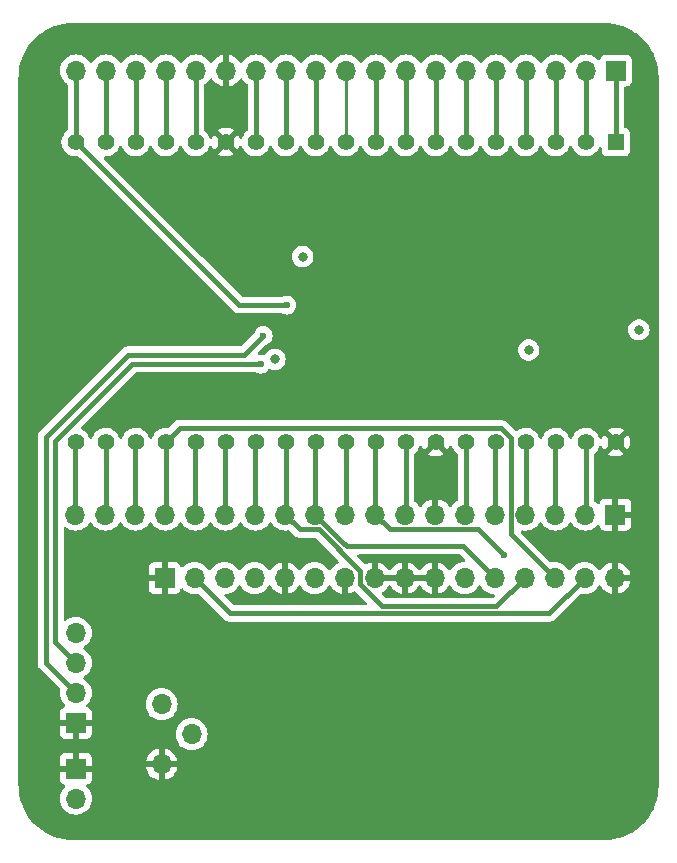
<source format=gbr>
%TF.GenerationSoftware,KiCad,Pcbnew,8.0.6*%
%TF.CreationDate,2025-08-25T17:41:28+02:00*%
%TF.ProjectId,controller,636f6e74-726f-46c6-9c65-722e6b696361,rev?*%
%TF.SameCoordinates,Original*%
%TF.FileFunction,Copper,L2,Bot*%
%TF.FilePolarity,Positive*%
%FSLAX46Y46*%
G04 Gerber Fmt 4.6, Leading zero omitted, Abs format (unit mm)*
G04 Created by KiCad (PCBNEW 8.0.6) date 2025-08-25 17:41:28*
%MOMM*%
%LPD*%
G01*
G04 APERTURE LIST*
%TA.AperFunction,ComponentPad*%
%ADD10R,1.408000X1.408000*%
%TD*%
%TA.AperFunction,ComponentPad*%
%ADD11C,1.408000*%
%TD*%
%TA.AperFunction,ComponentPad*%
%ADD12R,1.700000X1.700000*%
%TD*%
%TA.AperFunction,ComponentPad*%
%ADD13O,1.700000X1.700000*%
%TD*%
%TA.AperFunction,ViaPad*%
%ADD14C,0.600000*%
%TD*%
%TA.AperFunction,ViaPad*%
%ADD15C,0.800000*%
%TD*%
%TA.AperFunction,Conductor*%
%ADD16C,0.400000*%
%TD*%
%TA.AperFunction,Conductor*%
%ADD17C,0.250000*%
%TD*%
G04 APERTURE END LIST*
D10*
%TO.P,U1,J2_1,3V3*%
%TO.N,ESP3V3*%
X218934990Y-39389842D03*
D11*
%TO.P,U1,J2_2,EN*%
%TO.N,EN*%
X216394990Y-39389842D03*
%TO.P,U1,J2_3,SENSOR_VP*%
%TO.N,GPIO36*%
X213854990Y-39389842D03*
%TO.P,U1,J2_4,SENSOR_VN*%
%TO.N,GPIO39*%
X211314990Y-39389842D03*
%TO.P,U1,J2_5,IO34*%
%TO.N,GPIO34*%
X208774990Y-39389842D03*
%TO.P,U1,J2_6,IO35*%
%TO.N,GPIO35*%
X206234990Y-39389842D03*
%TO.P,U1,J2_7,IO32*%
%TO.N,GPIO32*%
X203694990Y-39389842D03*
%TO.P,U1,J2_8,IO33*%
%TO.N,GPIO33*%
X201154990Y-39389842D03*
%TO.P,U1,J2_9,IO25*%
%TO.N,GPIO25*%
X198614990Y-39389842D03*
%TO.P,U1,J2_10,IO26*%
%TO.N,GPIO26*%
X196074990Y-39389842D03*
%TO.P,U1,J2_11,IO27*%
%TO.N,GPIO27*%
X193534990Y-39389842D03*
%TO.P,U1,J2_12,IO14*%
%TO.N,GPIO14*%
X190994990Y-39389842D03*
%TO.P,U1,J2_13,IO12*%
%TO.N,12*%
X188454990Y-39389842D03*
%TO.P,U1,J2_14,GND_J2_14*%
%TO.N,GND*%
X185914990Y-39389842D03*
%TO.P,U1,J2_15,IO13*%
%TO.N,GPIO13*%
X183374990Y-39389842D03*
%TO.P,U1,J2_16,SD2*%
%TO.N,SD2*%
X180834990Y-39389842D03*
%TO.P,U1,J2_17,SD3*%
%TO.N,SD3*%
X178294990Y-39389842D03*
%TO.P,U1,J2_18,CMD*%
%TO.N,CMD*%
X175754990Y-39389842D03*
%TO.P,U1,J2_19,EXT_5V*%
%TO.N,5V*%
X173214990Y-39389842D03*
%TO.P,U1,J3_1,GND_J3_1*%
%TO.N,GND*%
X218934990Y-64789842D03*
%TO.P,U1,J3_2,IO23*%
%TO.N,GPIO23*%
X216394990Y-64789842D03*
%TO.P,U1,J3_3,IO22*%
%TO.N,GPIO22*%
X213854990Y-64789842D03*
%TO.P,U1,J3_4,TXD0*%
%TO.N,GPIO1*%
X211314990Y-64789842D03*
%TO.P,U1,J3_5,RXD0*%
%TO.N,GPIO3*%
X208774990Y-64789842D03*
%TO.P,U1,J3_6,IO21*%
%TO.N,GPIO21*%
X206234990Y-64789842D03*
%TO.P,U1,J3_7,GND_J3_7*%
%TO.N,GND*%
X203694990Y-64789842D03*
%TO.P,U1,J3_8,IO19*%
%TO.N,GPIO19*%
X201154990Y-64789842D03*
%TO.P,U1,J3_9,IO18*%
%TO.N,GPIO18*%
X198614990Y-64789842D03*
%TO.P,U1,J3_10,IO5*%
%TO.N,GPIO5*%
X196074990Y-64789842D03*
%TO.P,U1,J3_11,IO17*%
%TO.N,GPIO17*%
X193534990Y-64789842D03*
%TO.P,U1,J3_12,IO16*%
%TO.N,GPIO16*%
X190994990Y-64789842D03*
%TO.P,U1,J3_13,IO4*%
%TO.N,GPIO4*%
X188454990Y-64789842D03*
%TO.P,U1,J3_14,IO0*%
%TO.N,GPIO0*%
X185914990Y-64789842D03*
%TO.P,U1,J3_15,IO2*%
%TO.N,GPIO2*%
X183374990Y-64789842D03*
%TO.P,U1,J3_16,IO15*%
%TO.N,GPIO15*%
X180834990Y-64789842D03*
%TO.P,U1,J3_17,SD1*%
%TO.N,SD1*%
X178294990Y-64789842D03*
%TO.P,U1,J3_18,SD0*%
%TO.N,SD0*%
X175754990Y-64789842D03*
%TO.P,U1,J3_19,CLK*%
%TO.N,CLK*%
X173214990Y-64789842D03*
%TD*%
D12*
%TO.P,J4,1,Pin_1*%
%TO.N,ESP3V3*%
X218969990Y-33334092D03*
D13*
%TO.P,J4,2,Pin_2*%
%TO.N,EN*%
X216429990Y-33334092D03*
%TO.P,J4,3,Pin_3*%
%TO.N,GPIO36*%
X213889990Y-33334092D03*
%TO.P,J4,4,Pin_4*%
%TO.N,GPIO39*%
X211349990Y-33334092D03*
%TO.P,J4,5,Pin_5*%
%TO.N,GPIO34*%
X208809990Y-33334092D03*
%TO.P,J4,6,Pin_6*%
%TO.N,GPIO35*%
X206269990Y-33334092D03*
%TO.P,J4,7,Pin_7*%
%TO.N,GPIO32*%
X203729990Y-33334092D03*
%TO.P,J4,8,Pin_8*%
%TO.N,GPIO33*%
X201189990Y-33334092D03*
%TO.P,J4,9,Pin_9*%
%TO.N,GPIO25*%
X198649990Y-33334092D03*
%TO.P,J4,10,Pin_10*%
%TO.N,GPIO26*%
X196109990Y-33334092D03*
%TO.P,J4,11,Pin_11*%
%TO.N,GPIO27*%
X193569990Y-33334092D03*
%TO.P,J4,12,Pin_12*%
%TO.N,GPIO14*%
X191029990Y-33334092D03*
%TO.P,J4,13,Pin_13*%
%TO.N,12*%
X188489990Y-33334092D03*
%TO.P,J4,14,Pin_14*%
%TO.N,GND*%
X185949990Y-33334092D03*
%TO.P,J4,15,Pin_15*%
%TO.N,GPIO13*%
X183409990Y-33334092D03*
%TO.P,J4,16,Pin_16*%
%TO.N,SD2*%
X180869990Y-33334092D03*
%TO.P,J4,17,Pin_17*%
%TO.N,SD3*%
X178329990Y-33334092D03*
%TO.P,J4,18,Pin_18*%
%TO.N,CMD*%
X175789990Y-33334092D03*
%TO.P,J4,19,Pin_19*%
%TO.N,5V*%
X173249990Y-33334092D03*
%TD*%
D12*
%TO.P,J2,1,Pin_1*%
%TO.N,GND*%
X173214466Y-92442116D03*
D13*
%TO.P,J2,2,Pin_2*%
%TO.N,9V*%
X173214466Y-94982116D03*
%TD*%
%TO.P,RV1,1,1*%
%TO.N,GND*%
X180478932Y-92072116D03*
%TO.P,RV1,2,2*%
%TO.N,Net-(J1-Pin_3)*%
X183018932Y-89532116D03*
%TO.P,RV1,3,3*%
%TO.N,5V*%
X180478932Y-86992116D03*
%TD*%
D12*
%TO.P,J3,1,Pin_1*%
%TO.N,GND*%
X173214466Y-88562116D03*
D13*
%TO.P,J3,2,Pin_2*%
%TO.N,RS485_B-*%
X173214466Y-86022116D03*
%TO.P,J3,3,Pin_3*%
%TO.N,RS485_A+*%
X173214466Y-83482116D03*
%TO.P,J3,4,Pin_4*%
%TO.N,9V*%
X173214466Y-80942116D03*
%TD*%
D12*
%TO.P,J5,1,Pin_1*%
%TO.N,GND*%
X218899990Y-70934092D03*
D13*
%TO.P,J5,2,Pin_2*%
%TO.N,GPIO23*%
X216359990Y-70934092D03*
%TO.P,J5,3,Pin_3*%
%TO.N,GPIO22*%
X213819990Y-70934092D03*
%TO.P,J5,4,Pin_4*%
%TO.N,GPIO1*%
X211279990Y-70934092D03*
%TO.P,J5,5,Pin_5*%
%TO.N,GPIO3*%
X208739990Y-70934092D03*
%TO.P,J5,6,Pin_6*%
%TO.N,GPIO21*%
X206199990Y-70934092D03*
%TO.P,J5,7,Pin_7*%
%TO.N,GND*%
X203659990Y-70934092D03*
%TO.P,J5,8,Pin_8*%
%TO.N,GPIO19*%
X201119990Y-70934092D03*
%TO.P,J5,9,Pin_9*%
%TO.N,GPIO18*%
X198579990Y-70934092D03*
%TO.P,J5,10,Pin_10*%
%TO.N,GPIO5*%
X196039990Y-70934092D03*
%TO.P,J5,11,Pin_11*%
%TO.N,GPIO17*%
X193499990Y-70934092D03*
%TO.P,J5,12,Pin_12*%
%TO.N,GPIO16*%
X190959990Y-70934092D03*
%TO.P,J5,13,Pin_13*%
%TO.N,GPIO4*%
X188419990Y-70934092D03*
%TO.P,J5,14,Pin_14*%
%TO.N,GPIO0*%
X185879990Y-70934092D03*
%TO.P,J5,15,Pin_15*%
%TO.N,GPIO2*%
X183339990Y-70934092D03*
%TO.P,J5,16,Pin_16*%
%TO.N,GPIO15*%
X180799990Y-70934092D03*
%TO.P,J5,17,Pin_17*%
%TO.N,SD1*%
X178259990Y-70934092D03*
%TO.P,J5,18,Pin_18*%
%TO.N,SD0*%
X175719990Y-70934092D03*
%TO.P,J5,19,Pin_19*%
%TO.N,CLK*%
X173179990Y-70934092D03*
%TD*%
D12*
%TO.P,J1,1,Pin_1*%
%TO.N,GND*%
X180738932Y-76292116D03*
D13*
%TO.P,J1,2,Pin_2*%
%TO.N,5V*%
X183278932Y-76292116D03*
%TO.P,J1,3,Pin_3*%
%TO.N,Net-(J1-Pin_3)*%
X185818932Y-76292116D03*
%TO.P,J1,4,Pin_4*%
%TO.N,GPIO19*%
X188358932Y-76292116D03*
%TO.P,J1,5,Pin_5*%
%TO.N,GND*%
X190898932Y-76292116D03*
%TO.P,J1,6,Pin_6*%
%TO.N,GPIO23*%
X193438932Y-76292116D03*
%TO.P,J1,7,Pin_7*%
%TO.N,GND*%
X195978932Y-76292116D03*
%TO.P,J1,8,Pin_8*%
X198518932Y-76292116D03*
%TO.P,J1,9,Pin_9*%
X201058932Y-76292116D03*
%TO.P,J1,10,Pin_10*%
X203598932Y-76292116D03*
%TO.P,J1,11,Pin_11*%
%TO.N,GPIO18*%
X206138932Y-76292116D03*
%TO.P,J1,12,Pin_12*%
%TO.N,GPIO17*%
X208678932Y-76292116D03*
%TO.P,J1,13,Pin_13*%
%TO.N,GPIO16*%
X211218932Y-76292116D03*
%TO.P,J1,14,Pin_14*%
%TO.N,GPIO15*%
X213758932Y-76292116D03*
%TO.P,J1,15,Pin_15*%
%TO.N,5V*%
X216298932Y-76292116D03*
%TO.P,J1,16,Pin_16*%
%TO.N,GND*%
X218838932Y-76292116D03*
%TD*%
D14*
%TO.N,GPIO18*%
X209478932Y-74392116D03*
D15*
%TO.N,3V3*%
X192432069Y-49092116D03*
X190078932Y-57792116D03*
D14*
%TO.N,RS485_A+*%
X188864466Y-58192116D03*
%TO.N,RS485_B-*%
X189078932Y-55792116D03*
%TO.N,5V*%
X191078932Y-53192116D03*
D15*
X220885524Y-55292116D03*
X211568408Y-56996058D03*
%TD*%
D16*
%TO.N,GPIO23*%
X216394990Y-70899092D02*
X216359990Y-70934092D01*
X216394990Y-64789842D02*
X216394990Y-70899092D01*
%TO.N,GPIO19*%
X201154990Y-70899092D02*
X201119990Y-70934092D01*
X201154990Y-64789842D02*
X201154990Y-70899092D01*
%TO.N,GPIO16*%
X197268932Y-76809883D02*
X197268932Y-75682116D01*
X192209990Y-72184092D02*
X190959990Y-70934092D01*
X211218932Y-76292116D02*
X208818932Y-78692116D01*
X190994990Y-64789842D02*
X190994990Y-70899092D01*
X197268932Y-75682116D02*
X193770908Y-72184092D01*
X190994990Y-70899092D02*
X190959990Y-70934092D01*
X193770908Y-72184092D02*
X192209990Y-72184092D01*
X199151165Y-78692116D02*
X197268932Y-76809883D01*
X208818932Y-78692116D02*
X199151165Y-78692116D01*
%TO.N,GPIO18*%
X198579990Y-70934092D02*
X199829990Y-72184092D01*
X199829990Y-72184092D02*
X207270908Y-72184092D01*
X198579990Y-70934092D02*
X198579990Y-64824842D01*
X207270908Y-72184092D02*
X209478932Y-74392116D01*
X198579990Y-64824842D02*
X198614990Y-64789842D01*
%TO.N,GPIO17*%
X208678932Y-76292116D02*
X205978932Y-73592116D01*
X195958014Y-73392116D02*
X193499990Y-70934092D01*
X195978932Y-73392116D02*
X195958014Y-73392116D01*
X193499990Y-64824842D02*
X193534990Y-64789842D01*
X205978932Y-73592116D02*
X196178932Y-73592116D01*
X196178932Y-73592116D02*
X195978932Y-73392116D01*
X193499990Y-70934092D02*
X193499990Y-64824842D01*
%TO.N,GPIO27*%
X193569990Y-33334092D02*
X193569990Y-39354842D01*
X193569990Y-39354842D02*
X193534990Y-39389842D01*
%TO.N,GPIO14*%
X190994990Y-39389842D02*
X190994990Y-33369092D01*
X190994990Y-33369092D02*
X191029990Y-33334092D01*
%TO.N,12*%
X188489990Y-39354842D02*
X188454990Y-39389842D01*
X188489990Y-33334092D02*
X188489990Y-39354842D01*
%TO.N,SD2*%
X180869990Y-33334092D02*
X180869990Y-39354842D01*
X180869990Y-39354842D02*
X180834990Y-39389842D01*
%TO.N,GPIO25*%
X198649990Y-33334092D02*
X198649990Y-39354842D01*
X198649990Y-39354842D02*
X198614990Y-39389842D01*
%TO.N,GPIO33*%
X201154990Y-39389842D02*
X201154990Y-33369092D01*
X201154990Y-33369092D02*
X201189990Y-33334092D01*
%TO.N,GPIO13*%
X183374990Y-33369092D02*
X183409990Y-33334092D01*
X183374990Y-39389842D02*
X183374990Y-33369092D01*
%TO.N,SD3*%
X178294990Y-39389842D02*
X178294990Y-33369092D01*
X178294990Y-33369092D02*
X178329990Y-33334092D01*
%TO.N,GPIO34*%
X208809990Y-33334092D02*
X208809990Y-39354842D01*
X208809990Y-39354842D02*
X208774990Y-39389842D01*
%TO.N,GPIO32*%
X203729990Y-39354842D02*
X203694990Y-39389842D01*
X203729990Y-33334092D02*
X203729990Y-39354842D01*
%TO.N,EN*%
X216394990Y-39389842D02*
X216394990Y-33369092D01*
X216394990Y-33369092D02*
X216429990Y-33334092D01*
%TO.N,GPIO36*%
X213854990Y-39389842D02*
X213854990Y-33369092D01*
X213854990Y-33369092D02*
X213889990Y-33334092D01*
D17*
%TO.N,GPIO26*%
X196074990Y-39389842D02*
X196074990Y-33369092D01*
X196074990Y-33369092D02*
X196109990Y-33334092D01*
D16*
%TO.N,CMD*%
X175789990Y-33334092D02*
X175789990Y-39354842D01*
X175789990Y-39354842D02*
X175754990Y-39389842D01*
%TO.N,ESP3V3*%
X218934990Y-39389842D02*
X218934990Y-33369092D01*
X218934990Y-33369092D02*
X218969990Y-33334092D01*
%TO.N,GPIO35*%
X206234990Y-33369092D02*
X206269990Y-33334092D01*
X206234990Y-39389842D02*
X206234990Y-33369092D01*
%TO.N,GPIO22*%
X213819990Y-64824842D02*
X213854990Y-64789842D01*
X213819990Y-70934092D02*
X213819990Y-64824842D01*
%TO.N,CLK*%
X173179990Y-64824842D02*
X173214990Y-64789842D01*
X173179990Y-70934092D02*
X173179990Y-64824842D01*
%TO.N,GPIO1*%
X211314990Y-64789842D02*
X211314990Y-70899092D01*
X211314990Y-70899092D02*
X211279990Y-70934092D01*
%TO.N,SD0*%
X175754990Y-64789842D02*
X175754990Y-70899092D01*
X175754990Y-70899092D02*
X175719990Y-70934092D01*
%TO.N,SD1*%
X178259990Y-64824842D02*
X178294990Y-64789842D01*
X178259990Y-70934092D02*
X178259990Y-64824842D01*
%TO.N,GPIO2*%
X183339990Y-64824842D02*
X183374990Y-64789842D01*
X183339990Y-70934092D02*
X183339990Y-64824842D01*
%TO.N,GPIO21*%
X206234990Y-70899092D02*
X206199990Y-70934092D01*
X206234990Y-64789842D02*
X206234990Y-70899092D01*
%TO.N,GPIO5*%
X196074990Y-70899092D02*
X196039990Y-70934092D01*
X196074990Y-64789842D02*
X196074990Y-70899092D01*
%TO.N,GPIO0*%
X185879990Y-70934092D02*
X185879990Y-64824842D01*
X185879990Y-64824842D02*
X185914990Y-64789842D01*
%TO.N,GPIO15*%
X180834990Y-64789842D02*
X180834990Y-70899092D01*
X210029990Y-72563174D02*
X210029990Y-64443174D01*
X209178932Y-63592116D02*
X182032716Y-63592116D01*
X213758932Y-76292116D02*
X210029990Y-72563174D01*
X210029990Y-64443174D02*
X209178932Y-63592116D01*
X182032716Y-63592116D02*
X180834990Y-64789842D01*
X180834990Y-70899092D02*
X180799990Y-70934092D01*
%TO.N,GPIO3*%
X208739990Y-64824842D02*
X208774990Y-64789842D01*
X208739990Y-70934092D02*
X208739990Y-64824842D01*
%TO.N,GPIO4*%
X188419990Y-64824842D02*
X188454990Y-64789842D01*
X188419990Y-70934092D02*
X188419990Y-64824842D01*
%TO.N,GND*%
X185914990Y-33369092D02*
X185949990Y-33334092D01*
X203659990Y-64824842D02*
X203694990Y-64789842D01*
%TO.N,RS485_A+*%
X171478932Y-64692116D02*
X177978932Y-58192116D01*
X177978932Y-58192116D02*
X188864466Y-58192116D01*
X171478932Y-81746582D02*
X171478932Y-64692116D01*
X173214466Y-83482116D02*
X171478932Y-81746582D01*
%TO.N,RS485_B-*%
X170678932Y-64392116D02*
X170678932Y-83486582D01*
X189078932Y-55792116D02*
X187478932Y-57392116D01*
X177678932Y-57392116D02*
X170678932Y-64392116D01*
X187478932Y-57392116D02*
X177678932Y-57392116D01*
X170678932Y-83486582D02*
X173214466Y-86022116D01*
%TO.N,5V*%
X186278932Y-79292116D02*
X213298932Y-79292116D01*
X191078932Y-53192116D02*
X187017264Y-53192116D01*
X183278932Y-76292116D02*
X186278932Y-79292116D01*
X173214990Y-33369092D02*
X173249990Y-33334092D01*
X213298932Y-79292116D02*
X216298932Y-76292116D01*
X187017264Y-53192116D02*
X173214990Y-39389842D01*
X173214990Y-39389842D02*
X173214990Y-33369092D01*
%TO.N,GPIO39*%
X211314990Y-33369092D02*
X211349990Y-33334092D01*
X211314990Y-39389842D02*
X211314990Y-33369092D01*
%TD*%
%TA.AperFunction,Conductor*%
%TO.N,GND*%
G36*
X196228932Y-77622749D02*
G01*
X196442415Y-77565549D01*
X196442424Y-77565545D01*
X196656511Y-77465715D01*
X196734550Y-77411071D01*
X196800756Y-77388743D01*
X196868524Y-77405752D01*
X196893356Y-77424964D01*
X197848328Y-78379935D01*
X197881813Y-78441258D01*
X197876829Y-78510949D01*
X197834957Y-78566883D01*
X197769493Y-78591300D01*
X197760647Y-78591616D01*
X186620451Y-78591616D01*
X186553412Y-78571931D01*
X186532770Y-78555297D01*
X185828862Y-77851389D01*
X185795377Y-77790066D01*
X185800361Y-77720374D01*
X185842233Y-77664441D01*
X185905734Y-77640180D01*
X186054340Y-77627179D01*
X186282595Y-77566019D01*
X186496762Y-77466151D01*
X186690333Y-77330611D01*
X186857427Y-77163517D01*
X186987357Y-76977958D01*
X187041934Y-76934333D01*
X187111432Y-76927139D01*
X187173787Y-76958662D01*
X187190507Y-76977958D01*
X187320213Y-77163198D01*
X187320437Y-77163517D01*
X187487531Y-77330611D01*
X187564067Y-77384202D01*
X187681097Y-77466148D01*
X187681099Y-77466149D01*
X187681102Y-77466151D01*
X187895269Y-77566019D01*
X188123524Y-77627179D01*
X188294251Y-77642116D01*
X188358931Y-77647775D01*
X188358932Y-77647775D01*
X188358933Y-77647775D01*
X188423613Y-77642116D01*
X188594340Y-77627179D01*
X188822595Y-77566019D01*
X189036762Y-77466151D01*
X189230333Y-77330611D01*
X189397427Y-77163517D01*
X189527662Y-76977521D01*
X189582239Y-76933897D01*
X189651737Y-76926703D01*
X189714092Y-76958226D01*
X189730811Y-76977521D01*
X189860822Y-77163194D01*
X190027849Y-77330221D01*
X190221353Y-77465716D01*
X190435439Y-77565545D01*
X190435448Y-77565549D01*
X190648932Y-77622750D01*
X190648932Y-76725128D01*
X190705939Y-76758041D01*
X190833106Y-76792116D01*
X190964758Y-76792116D01*
X191091925Y-76758041D01*
X191148932Y-76725128D01*
X191148932Y-77622749D01*
X191362415Y-77565549D01*
X191362424Y-77565545D01*
X191576510Y-77465716D01*
X191770014Y-77330221D01*
X191937037Y-77163198D01*
X192067051Y-76977521D01*
X192121628Y-76933897D01*
X192191127Y-76926704D01*
X192253481Y-76958226D01*
X192270201Y-76977521D01*
X192400437Y-77163517D01*
X192567531Y-77330611D01*
X192644067Y-77384202D01*
X192761097Y-77466148D01*
X192761099Y-77466149D01*
X192761102Y-77466151D01*
X192975269Y-77566019D01*
X193203524Y-77627179D01*
X193374251Y-77642116D01*
X193438931Y-77647775D01*
X193438932Y-77647775D01*
X193438933Y-77647775D01*
X193503613Y-77642116D01*
X193674340Y-77627179D01*
X193902595Y-77566019D01*
X194116762Y-77466151D01*
X194310333Y-77330611D01*
X194477427Y-77163517D01*
X194607662Y-76977521D01*
X194662239Y-76933897D01*
X194731737Y-76926703D01*
X194794092Y-76958226D01*
X194810811Y-76977521D01*
X194940822Y-77163194D01*
X195107849Y-77330221D01*
X195301353Y-77465716D01*
X195515439Y-77565545D01*
X195515448Y-77565549D01*
X195728932Y-77622750D01*
X195728932Y-76725128D01*
X195785939Y-76758041D01*
X195913106Y-76792116D01*
X196044758Y-76792116D01*
X196171925Y-76758041D01*
X196228932Y-76725128D01*
X196228932Y-77622749D01*
G37*
%TD.AperFunction*%
%TA.AperFunction,Conductor*%
G36*
X203848932Y-77622749D02*
G01*
X204062415Y-77565549D01*
X204062424Y-77565545D01*
X204276510Y-77465716D01*
X204470014Y-77330221D01*
X204637037Y-77163198D01*
X204767051Y-76977521D01*
X204821628Y-76933897D01*
X204891127Y-76926704D01*
X204953481Y-76958226D01*
X204970201Y-76977521D01*
X205100437Y-77163517D01*
X205267531Y-77330611D01*
X205344067Y-77384202D01*
X205461097Y-77466148D01*
X205461099Y-77466149D01*
X205461102Y-77466151D01*
X205675269Y-77566019D01*
X205903524Y-77627179D01*
X206074251Y-77642116D01*
X206138931Y-77647775D01*
X206138932Y-77647775D01*
X206138933Y-77647775D01*
X206203613Y-77642116D01*
X206374340Y-77627179D01*
X206602595Y-77566019D01*
X206816762Y-77466151D01*
X207010333Y-77330611D01*
X207177427Y-77163517D01*
X207307357Y-76977958D01*
X207361934Y-76934333D01*
X207431432Y-76927139D01*
X207493787Y-76958662D01*
X207510507Y-76977958D01*
X207640213Y-77163198D01*
X207640437Y-77163517D01*
X207807531Y-77330611D01*
X207884067Y-77384202D01*
X208001097Y-77466148D01*
X208001099Y-77466149D01*
X208001102Y-77466151D01*
X208215269Y-77566019D01*
X208443524Y-77627179D01*
X208592128Y-77640180D01*
X208657196Y-77665632D01*
X208698175Y-77722223D01*
X208702053Y-77791985D01*
X208669002Y-77851388D01*
X208565092Y-77955298D01*
X208503772Y-77988782D01*
X208477413Y-77991616D01*
X199492683Y-77991616D01*
X199425644Y-77971931D01*
X199405002Y-77955297D01*
X199130033Y-77680327D01*
X199096548Y-77619004D01*
X199101532Y-77549312D01*
X199143404Y-77493379D01*
X199165313Y-77480262D01*
X199196511Y-77465715D01*
X199390014Y-77330221D01*
X199557037Y-77163198D01*
X199687357Y-76977084D01*
X199741934Y-76933460D01*
X199811433Y-76926267D01*
X199873787Y-76957789D01*
X199890507Y-76977084D01*
X200020826Y-77163198D01*
X200187849Y-77330221D01*
X200381353Y-77465716D01*
X200595439Y-77565545D01*
X200595448Y-77565549D01*
X200808932Y-77622750D01*
X200808932Y-76725128D01*
X200865939Y-76758041D01*
X200993106Y-76792116D01*
X201124758Y-76792116D01*
X201251925Y-76758041D01*
X201308932Y-76725128D01*
X201308932Y-77622749D01*
X201522415Y-77565549D01*
X201522424Y-77565545D01*
X201736510Y-77465716D01*
X201930014Y-77330221D01*
X202097037Y-77163198D01*
X202227357Y-76977084D01*
X202281934Y-76933460D01*
X202351433Y-76926267D01*
X202413787Y-76957789D01*
X202430507Y-76977084D01*
X202560826Y-77163198D01*
X202727849Y-77330221D01*
X202921353Y-77465716D01*
X203135439Y-77565545D01*
X203135448Y-77565549D01*
X203348932Y-77622750D01*
X203348932Y-76725128D01*
X203405939Y-76758041D01*
X203533106Y-76792116D01*
X203664758Y-76792116D01*
X203791925Y-76758041D01*
X203848932Y-76725128D01*
X203848932Y-77622749D01*
G37*
%TD.AperFunction*%
%TA.AperFunction,Conductor*%
G36*
X196511471Y-76061801D02*
G01*
X196557226Y-76114605D01*
X196568432Y-76166116D01*
X196568432Y-76418116D01*
X196548747Y-76485155D01*
X196495943Y-76530910D01*
X196444432Y-76542116D01*
X196411944Y-76542116D01*
X196444857Y-76485109D01*
X196478932Y-76357942D01*
X196478932Y-76226290D01*
X196444857Y-76099123D01*
X196411944Y-76042116D01*
X196444432Y-76042116D01*
X196511471Y-76061801D01*
G37*
%TD.AperFunction*%
%TA.AperFunction,Conductor*%
G36*
X200593007Y-76099123D02*
G01*
X200558932Y-76226290D01*
X200558932Y-76357942D01*
X200593007Y-76485109D01*
X200625920Y-76542116D01*
X198951944Y-76542116D01*
X198984857Y-76485109D01*
X199018932Y-76357942D01*
X199018932Y-76226290D01*
X198984857Y-76099123D01*
X198951944Y-76042116D01*
X200625920Y-76042116D01*
X200593007Y-76099123D01*
G37*
%TD.AperFunction*%
%TA.AperFunction,Conductor*%
G36*
X203133007Y-76099123D02*
G01*
X203098932Y-76226290D01*
X203098932Y-76357942D01*
X203133007Y-76485109D01*
X203165920Y-76542116D01*
X201491944Y-76542116D01*
X201524857Y-76485109D01*
X201558932Y-76357942D01*
X201558932Y-76226290D01*
X201524857Y-76099123D01*
X201491944Y-76042116D01*
X203165920Y-76042116D01*
X203133007Y-76099123D01*
G37*
%TD.AperFunction*%
%TA.AperFunction,Conductor*%
G36*
X198053007Y-76099123D02*
G01*
X198018932Y-76226290D01*
X198018932Y-76357942D01*
X198053007Y-76485109D01*
X198084386Y-76539459D01*
X198026393Y-76522431D01*
X197980638Y-76469627D01*
X197969432Y-76418116D01*
X197969432Y-76166116D01*
X197989117Y-76099077D01*
X198041921Y-76053322D01*
X198084840Y-76043984D01*
X198053007Y-76099123D01*
G37*
%TD.AperFunction*%
%TA.AperFunction,Conductor*%
G36*
X205704452Y-74312301D02*
G01*
X205725094Y-74328935D01*
X206129001Y-74732842D01*
X206162486Y-74794165D01*
X206157502Y-74863857D01*
X206115630Y-74919790D01*
X206052128Y-74944051D01*
X205903528Y-74957052D01*
X205903518Y-74957054D01*
X205675276Y-75018210D01*
X205675267Y-75018214D01*
X205461103Y-75118080D01*
X205461101Y-75118081D01*
X205267529Y-75253621D01*
X205100440Y-75420710D01*
X204970201Y-75606711D01*
X204915624Y-75650335D01*
X204846125Y-75657528D01*
X204783771Y-75626006D01*
X204767051Y-75606710D01*
X204637045Y-75421042D01*
X204637040Y-75421036D01*
X204470014Y-75254010D01*
X204276510Y-75118515D01*
X204062424Y-75018686D01*
X204062418Y-75018683D01*
X203848932Y-74961480D01*
X203848932Y-75859104D01*
X203791925Y-75826191D01*
X203664758Y-75792116D01*
X203533106Y-75792116D01*
X203405939Y-75826191D01*
X203348932Y-75859104D01*
X203348932Y-74961480D01*
X203348931Y-74961480D01*
X203135445Y-75018683D01*
X203135439Y-75018686D01*
X202921354Y-75118515D01*
X202921352Y-75118516D01*
X202727858Y-75254002D01*
X202727852Y-75254007D01*
X202560823Y-75421036D01*
X202560822Y-75421038D01*
X202430507Y-75607147D01*
X202375930Y-75650771D01*
X202306431Y-75657964D01*
X202244077Y-75626442D01*
X202227357Y-75607147D01*
X202097041Y-75421038D01*
X202097040Y-75421036D01*
X201930014Y-75254010D01*
X201736510Y-75118515D01*
X201522424Y-75018686D01*
X201522418Y-75018683D01*
X201308932Y-74961480D01*
X201308932Y-75859104D01*
X201251925Y-75826191D01*
X201124758Y-75792116D01*
X200993106Y-75792116D01*
X200865939Y-75826191D01*
X200808932Y-75859104D01*
X200808932Y-74961480D01*
X200808931Y-74961480D01*
X200595445Y-75018683D01*
X200595439Y-75018686D01*
X200381354Y-75118515D01*
X200381352Y-75118516D01*
X200187858Y-75254002D01*
X200187852Y-75254007D01*
X200020823Y-75421036D01*
X200020822Y-75421038D01*
X199890507Y-75607147D01*
X199835930Y-75650771D01*
X199766431Y-75657964D01*
X199704077Y-75626442D01*
X199687357Y-75607147D01*
X199557041Y-75421038D01*
X199557040Y-75421036D01*
X199390014Y-75254010D01*
X199196510Y-75118515D01*
X198982424Y-75018686D01*
X198982418Y-75018683D01*
X198768932Y-74961480D01*
X198768932Y-75859104D01*
X198711925Y-75826191D01*
X198584758Y-75792116D01*
X198453106Y-75792116D01*
X198325939Y-75826191D01*
X198268932Y-75859104D01*
X198268932Y-74961480D01*
X198268931Y-74961480D01*
X198055445Y-75018683D01*
X198055439Y-75018686D01*
X197841351Y-75118517D01*
X197841085Y-75118704D01*
X197840947Y-75118750D01*
X197836659Y-75121226D01*
X197836161Y-75120364D01*
X197774879Y-75141031D01*
X197707112Y-75124019D01*
X197682282Y-75104809D01*
X197081770Y-74504297D01*
X197048285Y-74442974D01*
X197053269Y-74373282D01*
X197095141Y-74317349D01*
X197160605Y-74292932D01*
X197169451Y-74292616D01*
X205637413Y-74292616D01*
X205704452Y-74312301D01*
G37*
%TD.AperFunction*%
%TA.AperFunction,Conductor*%
G36*
X203275657Y-64963536D02*
G01*
X203334900Y-65066148D01*
X203418684Y-65149932D01*
X203521296Y-65209175D01*
X203606404Y-65231979D01*
X203038756Y-65799627D01*
X203156021Y-65872235D01*
X203156022Y-65872236D01*
X203364085Y-65952839D01*
X203583425Y-65993842D01*
X203806555Y-65993842D01*
X204025894Y-65952839D01*
X204233957Y-65872236D01*
X204233961Y-65872234D01*
X204351221Y-65799628D01*
X204351221Y-65799627D01*
X203783575Y-65231979D01*
X203868684Y-65209175D01*
X203971296Y-65149932D01*
X204055080Y-65066148D01*
X204114323Y-64963536D01*
X204137128Y-64878427D01*
X204706706Y-65448005D01*
X204723039Y-65426378D01*
X204723043Y-65426371D01*
X204822489Y-65226655D01*
X204822494Y-65226642D01*
X204845462Y-65145917D01*
X204882741Y-65086823D01*
X204946051Y-65057265D01*
X205015290Y-65066626D01*
X205068477Y-65111936D01*
X205083995Y-65145915D01*
X205107014Y-65226819D01*
X205107016Y-65226823D01*
X205206516Y-65426646D01*
X205341041Y-65604787D01*
X205494028Y-65744252D01*
X205530310Y-65803963D01*
X205534490Y-65835889D01*
X205534490Y-69686873D01*
X205514805Y-69753912D01*
X205481613Y-69788448D01*
X205328587Y-69895597D01*
X205161498Y-70062686D01*
X205031259Y-70248687D01*
X204976682Y-70292311D01*
X204907183Y-70299504D01*
X204844829Y-70267982D01*
X204828109Y-70248686D01*
X204698103Y-70063018D01*
X204698098Y-70063012D01*
X204531072Y-69895986D01*
X204337568Y-69760491D01*
X204123482Y-69660662D01*
X204123476Y-69660659D01*
X203909990Y-69603456D01*
X203909990Y-70501080D01*
X203852983Y-70468167D01*
X203725816Y-70434092D01*
X203594164Y-70434092D01*
X203466997Y-70468167D01*
X203409990Y-70501080D01*
X203409990Y-69603456D01*
X203409989Y-69603456D01*
X203196503Y-69660659D01*
X203196497Y-69660662D01*
X202982412Y-69760491D01*
X202982410Y-69760492D01*
X202788916Y-69895978D01*
X202788910Y-69895983D01*
X202621881Y-70063012D01*
X202621880Y-70063014D01*
X202491870Y-70248687D01*
X202437293Y-70292311D01*
X202367794Y-70299504D01*
X202305440Y-70267982D01*
X202288720Y-70248686D01*
X202158484Y-70062689D01*
X201991392Y-69895598D01*
X201991391Y-69895597D01*
X201927583Y-69850918D01*
X201908366Y-69837462D01*
X201864741Y-69782884D01*
X201855490Y-69735887D01*
X201855490Y-65835889D01*
X201875175Y-65768850D01*
X201895952Y-65744252D01*
X202048938Y-65604787D01*
X202048940Y-65604785D01*
X202183464Y-65426646D01*
X202282964Y-65226822D01*
X202305983Y-65145915D01*
X202343262Y-65086823D01*
X202406572Y-65057265D01*
X202475811Y-65066627D01*
X202528998Y-65111936D01*
X202544516Y-65145916D01*
X202567482Y-65226635D01*
X202567488Y-65226650D01*
X202666943Y-65426382D01*
X202683272Y-65448005D01*
X203252851Y-64878425D01*
X203275657Y-64963536D01*
G37*
%TD.AperFunction*%
%TA.AperFunction,Conductor*%
G36*
X186199990Y-34664725D02*
G01*
X186413473Y-34607525D01*
X186413482Y-34607521D01*
X186627568Y-34507692D01*
X186821072Y-34372197D01*
X186988095Y-34205174D01*
X187118109Y-34019497D01*
X187172686Y-33975873D01*
X187242185Y-33968680D01*
X187304539Y-34000202D01*
X187321259Y-34019497D01*
X187451495Y-34205493D01*
X187451496Y-34205494D01*
X187618587Y-34372586D01*
X187736613Y-34455228D01*
X187780238Y-34509805D01*
X187789490Y-34556803D01*
X187789490Y-38316137D01*
X187769805Y-38383176D01*
X187730770Y-38421563D01*
X187726004Y-38424513D01*
X187561041Y-38574896D01*
X187426516Y-38753037D01*
X187327016Y-38952860D01*
X187327014Y-38952864D01*
X187303995Y-39033768D01*
X187266715Y-39092861D01*
X187203406Y-39122418D01*
X187134166Y-39113056D01*
X187080980Y-39067746D01*
X187065462Y-39033767D01*
X187042493Y-38953038D01*
X187042491Y-38953033D01*
X186943036Y-38753300D01*
X186926706Y-38731678D01*
X186357128Y-39301256D01*
X186334323Y-39216148D01*
X186275080Y-39113536D01*
X186191296Y-39029752D01*
X186088684Y-38970509D01*
X186003574Y-38947703D01*
X186571222Y-38380055D01*
X186453956Y-38307447D01*
X186453955Y-38307446D01*
X186245894Y-38226844D01*
X186026555Y-38185842D01*
X185803425Y-38185842D01*
X185584085Y-38226844D01*
X185376024Y-38307446D01*
X185376018Y-38307449D01*
X185258757Y-38380054D01*
X185258756Y-38380055D01*
X185826405Y-38947703D01*
X185741296Y-38970509D01*
X185638684Y-39029752D01*
X185554900Y-39113536D01*
X185495657Y-39216148D01*
X185472851Y-39301257D01*
X184903272Y-38731678D01*
X184903271Y-38731678D01*
X184886943Y-38753300D01*
X184787488Y-38953033D01*
X184787483Y-38953046D01*
X184764516Y-39033768D01*
X184727237Y-39092861D01*
X184663927Y-39122418D01*
X184594687Y-39113056D01*
X184541501Y-39067746D01*
X184525984Y-39033767D01*
X184502966Y-38952866D01*
X184502963Y-38952860D01*
X184496481Y-38939842D01*
X184403464Y-38753038D01*
X184268940Y-38574899D01*
X184268938Y-38574896D01*
X184115952Y-38435431D01*
X184079670Y-38375720D01*
X184075490Y-38343794D01*
X184075490Y-34581311D01*
X184095175Y-34514272D01*
X184128367Y-34479736D01*
X184163368Y-34455228D01*
X184281391Y-34372587D01*
X184448485Y-34205493D01*
X184578720Y-34019497D01*
X184633297Y-33975873D01*
X184702795Y-33968679D01*
X184765150Y-34000202D01*
X184781869Y-34019497D01*
X184911880Y-34205170D01*
X185078907Y-34372197D01*
X185272411Y-34507692D01*
X185486497Y-34607521D01*
X185486506Y-34607525D01*
X185699990Y-34664726D01*
X185699990Y-33767104D01*
X185756997Y-33800017D01*
X185884164Y-33834092D01*
X186015816Y-33834092D01*
X186142983Y-33800017D01*
X186199990Y-33767104D01*
X186199990Y-34664725D01*
G37*
%TD.AperFunction*%
%TA.AperFunction,Conductor*%
G36*
X217967162Y-29292733D02*
G01*
X218359941Y-29309887D01*
X218370683Y-29310827D01*
X218757810Y-29361798D01*
X218768425Y-29363670D01*
X219149620Y-29448183D01*
X219160036Y-29450973D01*
X219532413Y-29568386D01*
X219542579Y-29572086D01*
X219903293Y-29721502D01*
X219913096Y-29726074D01*
X220259405Y-29906352D01*
X220268773Y-29911761D01*
X220598042Y-30121529D01*
X220606904Y-30127733D01*
X220916661Y-30365419D01*
X220924947Y-30372372D01*
X221212799Y-30636139D01*
X221220448Y-30643788D01*
X221484216Y-30931638D01*
X221491170Y-30939925D01*
X221728852Y-31249677D01*
X221735056Y-31258538D01*
X221944830Y-31587812D01*
X221950239Y-31597180D01*
X222130508Y-31943468D01*
X222130521Y-31943492D01*
X222135090Y-31953290D01*
X222171130Y-32040296D01*
X222284510Y-32314013D01*
X222288209Y-32324178D01*
X222405614Y-32696523D01*
X222408414Y-32706972D01*
X222492922Y-33088139D01*
X222494801Y-33098792D01*
X222545768Y-33485881D01*
X222546711Y-33496657D01*
X222563848Y-33889008D01*
X222563966Y-33894419D01*
X222563966Y-93889408D01*
X222563848Y-93894817D01*
X222546698Y-94287577D01*
X222545755Y-94298354D01*
X222494794Y-94685432D01*
X222492916Y-94696085D01*
X222408409Y-95077262D01*
X222405609Y-95087711D01*
X222288205Y-95460065D01*
X222284505Y-95470230D01*
X222135094Y-95830936D01*
X222130522Y-95840740D01*
X221950245Y-96187046D01*
X221944836Y-96196415D01*
X221735056Y-96525700D01*
X221728851Y-96534561D01*
X221491180Y-96844297D01*
X221484227Y-96852584D01*
X221220454Y-97140438D01*
X221212805Y-97148087D01*
X220924949Y-97411856D01*
X220916662Y-97418809D01*
X220606924Y-97656477D01*
X220598062Y-97662682D01*
X220268775Y-97872458D01*
X220259407Y-97877867D01*
X219913090Y-98058146D01*
X219903286Y-98062717D01*
X219542588Y-98212120D01*
X219532423Y-98215820D01*
X219160068Y-98333221D01*
X219149619Y-98336021D01*
X218768440Y-98420524D01*
X218757786Y-98422402D01*
X218370710Y-98473358D01*
X218359934Y-98474301D01*
X217966020Y-98491498D01*
X217960612Y-98491616D01*
X172967165Y-98491616D01*
X172961758Y-98491498D01*
X172949997Y-98490984D01*
X172568992Y-98474353D01*
X172558216Y-98473410D01*
X172202934Y-98426641D01*
X172171132Y-98422454D01*
X172160484Y-98420577D01*
X171779300Y-98336074D01*
X171768853Y-98333275D01*
X171396499Y-98215876D01*
X171386333Y-98212176D01*
X171025626Y-98062768D01*
X171015821Y-98058196D01*
X170669512Y-97877920D01*
X170660144Y-97872512D01*
X170330851Y-97662731D01*
X170321990Y-97656526D01*
X170012244Y-97418850D01*
X170003957Y-97411896D01*
X169716113Y-97148135D01*
X169708469Y-97140492D01*
X169586285Y-97007151D01*
X169444687Y-96852622D01*
X169437734Y-96844335D01*
X169295464Y-96658925D01*
X169200055Y-96534585D01*
X169193858Y-96525734D01*
X168984081Y-96196445D01*
X168978672Y-96187077D01*
X168978656Y-96187046D01*
X168798391Y-95840753D01*
X168793833Y-95830979D01*
X168644408Y-95470227D01*
X168640720Y-95460089D01*
X168523320Y-95087730D01*
X168520520Y-95077281D01*
X168499424Y-94982115D01*
X171858807Y-94982115D01*
X171858807Y-94982116D01*
X171879402Y-95217519D01*
X171879404Y-95217529D01*
X171940560Y-95445771D01*
X171940562Y-95445775D01*
X171940563Y-95445779D01*
X171951965Y-95470230D01*
X172040431Y-95659946D01*
X172040433Y-95659950D01*
X172148747Y-95814637D01*
X172175971Y-95853517D01*
X172343065Y-96020611D01*
X172439850Y-96088381D01*
X172536631Y-96156148D01*
X172536633Y-96156149D01*
X172536636Y-96156151D01*
X172750803Y-96256019D01*
X172979058Y-96317179D01*
X173167384Y-96333655D01*
X173214465Y-96337775D01*
X173214466Y-96337775D01*
X173214467Y-96337775D01*
X173253700Y-96334342D01*
X173449874Y-96317179D01*
X173678129Y-96256019D01*
X173892296Y-96156151D01*
X174085867Y-96020611D01*
X174252961Y-95853517D01*
X174388501Y-95659946D01*
X174488369Y-95445779D01*
X174549529Y-95217524D01*
X174570125Y-94982116D01*
X174549529Y-94746708D01*
X174488369Y-94518453D01*
X174388501Y-94304287D01*
X174380587Y-94292985D01*
X174252962Y-94110716D01*
X174252961Y-94110715D01*
X174130645Y-93988399D01*
X174097162Y-93927079D01*
X174102146Y-93857387D01*
X174144017Y-93801453D01*
X174174995Y-93784538D01*
X174306552Y-93735470D01*
X174306559Y-93735466D01*
X174421653Y-93649306D01*
X174421656Y-93649303D01*
X174507816Y-93534209D01*
X174507820Y-93534202D01*
X174558062Y-93399495D01*
X174558064Y-93399488D01*
X174564465Y-93339960D01*
X174564466Y-93339943D01*
X174564466Y-92692116D01*
X173647478Y-92692116D01*
X173680391Y-92635109D01*
X173714466Y-92507942D01*
X173714466Y-92376290D01*
X173680391Y-92249123D01*
X173647478Y-92192116D01*
X174564466Y-92192116D01*
X174564466Y-91822115D01*
X179148296Y-91822115D01*
X179148296Y-91822116D01*
X180045920Y-91822116D01*
X180013007Y-91879123D01*
X179978932Y-92006290D01*
X179978932Y-92137942D01*
X180013007Y-92265109D01*
X180045920Y-92322116D01*
X179148296Y-92322116D01*
X179205499Y-92535602D01*
X179205502Y-92535608D01*
X179305331Y-92749694D01*
X179440826Y-92943198D01*
X179607849Y-93110221D01*
X179801353Y-93245716D01*
X180015439Y-93345545D01*
X180015448Y-93345549D01*
X180228932Y-93402750D01*
X180228932Y-92505128D01*
X180285939Y-92538041D01*
X180413106Y-92572116D01*
X180544758Y-92572116D01*
X180671925Y-92538041D01*
X180728932Y-92505128D01*
X180728932Y-93402749D01*
X180942415Y-93345549D01*
X180942424Y-93345545D01*
X181156510Y-93245716D01*
X181350014Y-93110221D01*
X181517037Y-92943198D01*
X181652532Y-92749694D01*
X181752361Y-92535608D01*
X181752364Y-92535602D01*
X181809568Y-92322116D01*
X180911944Y-92322116D01*
X180944857Y-92265109D01*
X180978932Y-92137942D01*
X180978932Y-92006290D01*
X180944857Y-91879123D01*
X180911944Y-91822116D01*
X181809568Y-91822116D01*
X181809567Y-91822115D01*
X181752364Y-91608629D01*
X181752361Y-91608623D01*
X181652532Y-91394538D01*
X181652531Y-91394536D01*
X181517045Y-91201042D01*
X181517040Y-91201036D01*
X181350014Y-91034010D01*
X181156510Y-90898515D01*
X180942424Y-90798686D01*
X180942418Y-90798683D01*
X180728932Y-90741480D01*
X180728932Y-91639104D01*
X180671925Y-91606191D01*
X180544758Y-91572116D01*
X180413106Y-91572116D01*
X180285939Y-91606191D01*
X180228932Y-91639104D01*
X180228932Y-90741480D01*
X180228931Y-90741480D01*
X180015445Y-90798683D01*
X180015439Y-90798686D01*
X179801354Y-90898515D01*
X179801352Y-90898516D01*
X179607858Y-91034002D01*
X179607852Y-91034007D01*
X179440823Y-91201036D01*
X179440818Y-91201042D01*
X179305332Y-91394536D01*
X179305331Y-91394538D01*
X179205502Y-91608623D01*
X179205499Y-91608629D01*
X179148296Y-91822115D01*
X174564466Y-91822115D01*
X174564466Y-91544288D01*
X174564465Y-91544271D01*
X174558064Y-91484743D01*
X174558062Y-91484736D01*
X174507820Y-91350029D01*
X174507816Y-91350022D01*
X174421656Y-91234928D01*
X174421653Y-91234925D01*
X174306559Y-91148765D01*
X174306552Y-91148761D01*
X174171845Y-91098519D01*
X174171838Y-91098517D01*
X174112310Y-91092116D01*
X173464466Y-91092116D01*
X173464466Y-92009104D01*
X173407459Y-91976191D01*
X173280292Y-91942116D01*
X173148640Y-91942116D01*
X173021473Y-91976191D01*
X172964466Y-92009104D01*
X172964466Y-91092116D01*
X172316621Y-91092116D01*
X172257093Y-91098517D01*
X172257086Y-91098519D01*
X172122379Y-91148761D01*
X172122372Y-91148765D01*
X172007278Y-91234925D01*
X172007275Y-91234928D01*
X171921115Y-91350022D01*
X171921111Y-91350029D01*
X171870869Y-91484736D01*
X171870867Y-91484743D01*
X171864466Y-91544271D01*
X171864466Y-92192116D01*
X172781454Y-92192116D01*
X172748541Y-92249123D01*
X172714466Y-92376290D01*
X172714466Y-92507942D01*
X172748541Y-92635109D01*
X172781454Y-92692116D01*
X171864466Y-92692116D01*
X171864466Y-93339960D01*
X171870867Y-93399488D01*
X171870869Y-93399495D01*
X171921111Y-93534202D01*
X171921115Y-93534209D01*
X172007275Y-93649303D01*
X172007278Y-93649306D01*
X172122372Y-93735466D01*
X172122379Y-93735470D01*
X172253936Y-93784537D01*
X172309869Y-93826408D01*
X172334287Y-93891872D01*
X172319436Y-93960145D01*
X172298285Y-93988400D01*
X172175969Y-94110716D01*
X172040431Y-94304285D01*
X172040430Y-94304287D01*
X171940564Y-94518451D01*
X171940560Y-94518460D01*
X171879404Y-94746702D01*
X171879402Y-94746712D01*
X171858807Y-94982115D01*
X168499424Y-94982115D01*
X168436020Y-94696101D01*
X168434142Y-94685448D01*
X168383187Y-94298367D01*
X168382244Y-94287590D01*
X168367285Y-93944843D01*
X168365083Y-93894409D01*
X168364966Y-93889010D01*
X168364967Y-93834540D01*
X168364966Y-93834536D01*
X168364966Y-83555578D01*
X169978431Y-83555578D01*
X170005350Y-83690904D01*
X170005353Y-83690914D01*
X170058154Y-83818389D01*
X170134819Y-83933127D01*
X170134820Y-83933128D01*
X171851814Y-85650121D01*
X171885299Y-85711444D01*
X171883908Y-85769894D01*
X171879405Y-85786700D01*
X171879402Y-85786713D01*
X171858807Y-86022115D01*
X171858807Y-86022116D01*
X171879402Y-86257519D01*
X171879404Y-86257529D01*
X171940560Y-86485771D01*
X171940562Y-86485775D01*
X171940563Y-86485779D01*
X171960466Y-86528460D01*
X172040431Y-86699946D01*
X172040433Y-86699950D01*
X172080172Y-86756702D01*
X172175967Y-86893512D01*
X172175972Y-86893518D01*
X172298284Y-87015830D01*
X172331769Y-87077153D01*
X172326785Y-87146845D01*
X172284913Y-87202778D01*
X172253937Y-87219693D01*
X172122378Y-87268762D01*
X172122372Y-87268765D01*
X172007278Y-87354925D01*
X172007275Y-87354928D01*
X171921115Y-87470022D01*
X171921111Y-87470029D01*
X171870869Y-87604736D01*
X171870867Y-87604743D01*
X171864466Y-87664271D01*
X171864466Y-88312116D01*
X172781454Y-88312116D01*
X172748541Y-88369123D01*
X172714466Y-88496290D01*
X172714466Y-88627942D01*
X172748541Y-88755109D01*
X172781454Y-88812116D01*
X171864466Y-88812116D01*
X171864466Y-89459960D01*
X171870867Y-89519488D01*
X171870869Y-89519495D01*
X171921111Y-89654202D01*
X171921115Y-89654209D01*
X172007275Y-89769303D01*
X172007278Y-89769306D01*
X172122372Y-89855466D01*
X172122379Y-89855470D01*
X172257086Y-89905712D01*
X172257093Y-89905714D01*
X172316621Y-89912115D01*
X172316638Y-89912116D01*
X172964466Y-89912116D01*
X172964466Y-88995128D01*
X173021473Y-89028041D01*
X173148640Y-89062116D01*
X173280292Y-89062116D01*
X173407459Y-89028041D01*
X173464466Y-88995128D01*
X173464466Y-89912116D01*
X174112294Y-89912116D01*
X174112310Y-89912115D01*
X174171838Y-89905714D01*
X174171845Y-89905712D01*
X174306552Y-89855470D01*
X174306559Y-89855466D01*
X174421653Y-89769306D01*
X174421656Y-89769303D01*
X174507816Y-89654209D01*
X174507820Y-89654202D01*
X174553355Y-89532115D01*
X181663273Y-89532115D01*
X181663273Y-89532116D01*
X181683868Y-89767519D01*
X181683870Y-89767529D01*
X181745026Y-89995771D01*
X181745028Y-89995775D01*
X181745029Y-89995779D01*
X181844897Y-90209946D01*
X181844899Y-90209950D01*
X181953213Y-90364637D01*
X181980437Y-90403517D01*
X182147531Y-90570611D01*
X182244316Y-90638381D01*
X182341097Y-90706148D01*
X182341099Y-90706149D01*
X182341102Y-90706151D01*
X182555269Y-90806019D01*
X182783524Y-90867179D01*
X182971850Y-90883655D01*
X183018931Y-90887775D01*
X183018932Y-90887775D01*
X183018933Y-90887775D01*
X183058166Y-90884342D01*
X183254340Y-90867179D01*
X183482595Y-90806019D01*
X183696762Y-90706151D01*
X183890333Y-90570611D01*
X184057427Y-90403517D01*
X184192967Y-90209946D01*
X184292835Y-89995779D01*
X184353995Y-89767524D01*
X184374591Y-89532116D01*
X184353995Y-89296708D01*
X184292835Y-89068453D01*
X184192967Y-88854287D01*
X184123523Y-88755109D01*
X184057426Y-88660713D01*
X183890334Y-88493622D01*
X183890327Y-88493617D01*
X183696766Y-88358083D01*
X183696762Y-88358081D01*
X183674661Y-88347775D01*
X183482595Y-88258213D01*
X183482591Y-88258212D01*
X183482587Y-88258210D01*
X183254345Y-88197054D01*
X183254335Y-88197052D01*
X183018933Y-88176457D01*
X183018931Y-88176457D01*
X182783528Y-88197052D01*
X182783518Y-88197054D01*
X182555276Y-88258210D01*
X182555267Y-88258214D01*
X182341103Y-88358080D01*
X182341101Y-88358081D01*
X182147529Y-88493621D01*
X181980437Y-88660713D01*
X181844897Y-88854285D01*
X181844896Y-88854287D01*
X181745030Y-89068451D01*
X181745026Y-89068460D01*
X181683870Y-89296702D01*
X181683868Y-89296712D01*
X181663273Y-89532115D01*
X174553355Y-89532115D01*
X174558062Y-89519495D01*
X174558064Y-89519488D01*
X174564465Y-89459960D01*
X174564466Y-89459943D01*
X174564466Y-88812116D01*
X173647478Y-88812116D01*
X173680391Y-88755109D01*
X173714466Y-88627942D01*
X173714466Y-88496290D01*
X173680391Y-88369123D01*
X173647478Y-88312116D01*
X174564466Y-88312116D01*
X174564466Y-87664288D01*
X174564465Y-87664271D01*
X174558064Y-87604743D01*
X174558062Y-87604736D01*
X174507820Y-87470029D01*
X174507816Y-87470022D01*
X174421656Y-87354928D01*
X174421653Y-87354925D01*
X174306559Y-87268765D01*
X174306554Y-87268762D01*
X174174994Y-87219693D01*
X174119061Y-87177821D01*
X174094644Y-87112357D01*
X174109496Y-87044084D01*
X174130641Y-87015836D01*
X174154362Y-86992115D01*
X179123273Y-86992115D01*
X179123273Y-86992116D01*
X179143868Y-87227519D01*
X179143870Y-87227529D01*
X179205026Y-87455771D01*
X179205028Y-87455775D01*
X179205029Y-87455779D01*
X179211671Y-87470022D01*
X179304897Y-87669946D01*
X179304899Y-87669950D01*
X179413213Y-87824637D01*
X179440437Y-87863517D01*
X179607531Y-88030611D01*
X179652525Y-88062116D01*
X179801097Y-88166148D01*
X179801099Y-88166149D01*
X179801102Y-88166151D01*
X180015269Y-88266019D01*
X180243524Y-88327179D01*
X180431850Y-88343655D01*
X180478931Y-88347775D01*
X180478932Y-88347775D01*
X180478933Y-88347775D01*
X180518166Y-88344342D01*
X180714340Y-88327179D01*
X180942595Y-88266019D01*
X181156762Y-88166151D01*
X181350333Y-88030611D01*
X181517427Y-87863517D01*
X181652967Y-87669946D01*
X181752835Y-87455779D01*
X181813995Y-87227524D01*
X181834591Y-86992116D01*
X181813995Y-86756708D01*
X181752835Y-86528453D01*
X181652967Y-86314287D01*
X181613222Y-86257524D01*
X181517426Y-86120713D01*
X181350334Y-85953622D01*
X181350327Y-85953617D01*
X181156766Y-85818083D01*
X181156762Y-85818081D01*
X181089491Y-85786712D01*
X180942595Y-85718213D01*
X180942591Y-85718212D01*
X180942587Y-85718210D01*
X180714345Y-85657054D01*
X180714335Y-85657052D01*
X180478933Y-85636457D01*
X180478931Y-85636457D01*
X180243528Y-85657052D01*
X180243518Y-85657054D01*
X180015276Y-85718210D01*
X180015267Y-85718214D01*
X179801103Y-85818080D01*
X179801101Y-85818081D01*
X179607529Y-85953621D01*
X179440437Y-86120713D01*
X179304897Y-86314285D01*
X179304896Y-86314287D01*
X179205030Y-86528451D01*
X179205026Y-86528460D01*
X179143870Y-86756702D01*
X179143868Y-86756712D01*
X179123273Y-86992115D01*
X174154362Y-86992115D01*
X174252961Y-86893517D01*
X174388501Y-86699946D01*
X174488369Y-86485779D01*
X174549529Y-86257524D01*
X174570125Y-86022116D01*
X174549529Y-85786708D01*
X174488369Y-85558453D01*
X174388501Y-85344287D01*
X174252961Y-85150715D01*
X174252960Y-85150713D01*
X174085868Y-84983622D01*
X174085862Y-84983617D01*
X173900308Y-84853691D01*
X173856683Y-84799114D01*
X173849489Y-84729616D01*
X173881012Y-84667261D01*
X173900308Y-84650541D01*
X173922492Y-84635007D01*
X174085867Y-84520611D01*
X174252961Y-84353517D01*
X174388501Y-84159946D01*
X174488369Y-83945779D01*
X174549529Y-83717524D01*
X174570125Y-83482116D01*
X174549529Y-83246708D01*
X174488369Y-83018453D01*
X174388501Y-82804287D01*
X174271884Y-82637739D01*
X174252960Y-82610713D01*
X174085868Y-82443622D01*
X174085862Y-82443617D01*
X173900308Y-82313691D01*
X173856683Y-82259114D01*
X173849489Y-82189616D01*
X173881012Y-82127261D01*
X173900308Y-82110541D01*
X173922492Y-82095007D01*
X174085867Y-81980611D01*
X174252961Y-81813517D01*
X174388501Y-81619946D01*
X174488369Y-81405779D01*
X174549529Y-81177524D01*
X174570125Y-80942116D01*
X174549529Y-80706708D01*
X174488369Y-80478453D01*
X174388501Y-80264287D01*
X174252961Y-80070715D01*
X174252960Y-80070713D01*
X174085868Y-79903622D01*
X174085861Y-79903617D01*
X173892300Y-79768083D01*
X173892296Y-79768081D01*
X173892294Y-79768080D01*
X173678129Y-79668213D01*
X173678125Y-79668212D01*
X173678121Y-79668210D01*
X173449879Y-79607054D01*
X173449869Y-79607052D01*
X173214467Y-79586457D01*
X173214465Y-79586457D01*
X172979062Y-79607052D01*
X172979052Y-79607054D01*
X172750810Y-79668210D01*
X172750801Y-79668214D01*
X172536637Y-79768080D01*
X172536635Y-79768081D01*
X172374555Y-79881571D01*
X172308349Y-79903898D01*
X172240582Y-79886888D01*
X172192769Y-79835940D01*
X172179432Y-79779996D01*
X172179432Y-72120352D01*
X172199117Y-72053313D01*
X172251921Y-72007558D01*
X172321079Y-71997614D01*
X172374553Y-72018776D01*
X172502160Y-72108127D01*
X172716327Y-72207995D01*
X172716333Y-72207996D01*
X172716334Y-72207997D01*
X172771275Y-72222718D01*
X172944582Y-72269155D01*
X173115309Y-72284092D01*
X173179989Y-72289751D01*
X173179990Y-72289751D01*
X173179991Y-72289751D01*
X173244671Y-72284092D01*
X173415398Y-72269155D01*
X173643653Y-72207995D01*
X173857820Y-72108127D01*
X174051391Y-71972587D01*
X174218485Y-71805493D01*
X174348415Y-71619934D01*
X174402992Y-71576309D01*
X174472490Y-71569115D01*
X174534845Y-71600638D01*
X174551565Y-71619934D01*
X174681495Y-71805493D01*
X174848589Y-71972587D01*
X174898533Y-72007558D01*
X175042155Y-72108124D01*
X175042157Y-72108125D01*
X175042160Y-72108127D01*
X175256327Y-72207995D01*
X175256333Y-72207996D01*
X175256334Y-72207997D01*
X175311275Y-72222718D01*
X175484582Y-72269155D01*
X175655309Y-72284092D01*
X175719989Y-72289751D01*
X175719990Y-72289751D01*
X175719991Y-72289751D01*
X175784671Y-72284092D01*
X175955398Y-72269155D01*
X176183653Y-72207995D01*
X176397820Y-72108127D01*
X176591391Y-71972587D01*
X176758485Y-71805493D01*
X176888415Y-71619934D01*
X176942992Y-71576309D01*
X177012490Y-71569115D01*
X177074845Y-71600638D01*
X177091565Y-71619934D01*
X177221495Y-71805493D01*
X177388589Y-71972587D01*
X177438533Y-72007558D01*
X177582155Y-72108124D01*
X177582157Y-72108125D01*
X177582160Y-72108127D01*
X177796327Y-72207995D01*
X177796333Y-72207996D01*
X177796334Y-72207997D01*
X177851275Y-72222718D01*
X178024582Y-72269155D01*
X178195309Y-72284092D01*
X178259989Y-72289751D01*
X178259990Y-72289751D01*
X178259991Y-72289751D01*
X178324671Y-72284092D01*
X178495398Y-72269155D01*
X178723653Y-72207995D01*
X178937820Y-72108127D01*
X179131391Y-71972587D01*
X179298485Y-71805493D01*
X179428415Y-71619934D01*
X179482992Y-71576309D01*
X179552490Y-71569115D01*
X179614845Y-71600638D01*
X179631565Y-71619934D01*
X179761495Y-71805493D01*
X179928589Y-71972587D01*
X179978533Y-72007558D01*
X180122155Y-72108124D01*
X180122157Y-72108125D01*
X180122160Y-72108127D01*
X180336327Y-72207995D01*
X180336333Y-72207996D01*
X180336334Y-72207997D01*
X180391275Y-72222718D01*
X180564582Y-72269155D01*
X180735309Y-72284092D01*
X180799989Y-72289751D01*
X180799990Y-72289751D01*
X180799991Y-72289751D01*
X180864671Y-72284092D01*
X181035398Y-72269155D01*
X181263653Y-72207995D01*
X181477820Y-72108127D01*
X181671391Y-71972587D01*
X181838485Y-71805493D01*
X181968415Y-71619934D01*
X182022992Y-71576309D01*
X182092490Y-71569115D01*
X182154845Y-71600638D01*
X182171565Y-71619934D01*
X182301495Y-71805493D01*
X182468589Y-71972587D01*
X182518533Y-72007558D01*
X182662155Y-72108124D01*
X182662157Y-72108125D01*
X182662160Y-72108127D01*
X182876327Y-72207995D01*
X182876333Y-72207996D01*
X182876334Y-72207997D01*
X182931275Y-72222718D01*
X183104582Y-72269155D01*
X183275309Y-72284092D01*
X183339989Y-72289751D01*
X183339990Y-72289751D01*
X183339991Y-72289751D01*
X183404671Y-72284092D01*
X183575398Y-72269155D01*
X183803653Y-72207995D01*
X184017820Y-72108127D01*
X184211391Y-71972587D01*
X184378485Y-71805493D01*
X184508415Y-71619934D01*
X184562992Y-71576309D01*
X184632490Y-71569115D01*
X184694845Y-71600638D01*
X184711565Y-71619934D01*
X184841495Y-71805493D01*
X185008589Y-71972587D01*
X185058533Y-72007558D01*
X185202155Y-72108124D01*
X185202157Y-72108125D01*
X185202160Y-72108127D01*
X185416327Y-72207995D01*
X185416333Y-72207996D01*
X185416334Y-72207997D01*
X185471275Y-72222718D01*
X185644582Y-72269155D01*
X185815309Y-72284092D01*
X185879989Y-72289751D01*
X185879990Y-72289751D01*
X185879991Y-72289751D01*
X185944671Y-72284092D01*
X186115398Y-72269155D01*
X186343653Y-72207995D01*
X186557820Y-72108127D01*
X186751391Y-71972587D01*
X186918485Y-71805493D01*
X187048415Y-71619934D01*
X187102992Y-71576309D01*
X187172490Y-71569115D01*
X187234845Y-71600638D01*
X187251565Y-71619934D01*
X187381495Y-71805493D01*
X187548589Y-71972587D01*
X187598533Y-72007558D01*
X187742155Y-72108124D01*
X187742157Y-72108125D01*
X187742160Y-72108127D01*
X187956327Y-72207995D01*
X187956333Y-72207996D01*
X187956334Y-72207997D01*
X188011275Y-72222718D01*
X188184582Y-72269155D01*
X188355309Y-72284092D01*
X188419989Y-72289751D01*
X188419990Y-72289751D01*
X188419991Y-72289751D01*
X188484671Y-72284092D01*
X188655398Y-72269155D01*
X188883653Y-72207995D01*
X189097820Y-72108127D01*
X189291391Y-71972587D01*
X189458485Y-71805493D01*
X189588415Y-71619934D01*
X189642992Y-71576309D01*
X189712490Y-71569115D01*
X189774845Y-71600638D01*
X189791565Y-71619934D01*
X189921495Y-71805493D01*
X190088589Y-71972587D01*
X190138533Y-72007558D01*
X190282155Y-72108124D01*
X190282157Y-72108125D01*
X190282160Y-72108127D01*
X190496327Y-72207995D01*
X190496333Y-72207996D01*
X190496334Y-72207997D01*
X190551275Y-72222718D01*
X190724582Y-72269155D01*
X190895309Y-72284092D01*
X190959989Y-72289751D01*
X190959990Y-72289751D01*
X190959991Y-72289751D01*
X191024671Y-72284092D01*
X191195398Y-72269155D01*
X191212206Y-72264651D01*
X191282054Y-72266310D01*
X191331984Y-72296743D01*
X191763443Y-72728203D01*
X191763444Y-72728204D01*
X191878182Y-72804869D01*
X191982314Y-72848001D01*
X192005662Y-72857672D01*
X192005666Y-72857672D01*
X192005667Y-72857673D01*
X192140993Y-72884592D01*
X192140996Y-72884592D01*
X192140997Y-72884592D01*
X193429389Y-72884592D01*
X193496428Y-72904277D01*
X193517070Y-72920911D01*
X195458010Y-74861851D01*
X195491495Y-74923174D01*
X195486511Y-74992866D01*
X195444639Y-75048799D01*
X195422735Y-75061914D01*
X195301351Y-75118517D01*
X195107858Y-75254002D01*
X195107852Y-75254007D01*
X194940823Y-75421036D01*
X194940822Y-75421038D01*
X194810812Y-75606711D01*
X194756235Y-75650335D01*
X194686736Y-75657528D01*
X194624382Y-75626006D01*
X194607662Y-75606710D01*
X194477426Y-75420713D01*
X194310334Y-75253622D01*
X194310327Y-75253617D01*
X194116766Y-75118083D01*
X194116762Y-75118081D01*
X194045659Y-75084925D01*
X193902595Y-75018213D01*
X193902591Y-75018212D01*
X193902587Y-75018210D01*
X193674345Y-74957054D01*
X193674335Y-74957052D01*
X193438933Y-74936457D01*
X193438931Y-74936457D01*
X193203528Y-74957052D01*
X193203518Y-74957054D01*
X192975276Y-75018210D01*
X192975267Y-75018214D01*
X192761103Y-75118080D01*
X192761101Y-75118081D01*
X192567529Y-75253621D01*
X192400440Y-75420710D01*
X192270201Y-75606711D01*
X192215624Y-75650335D01*
X192146125Y-75657528D01*
X192083771Y-75626006D01*
X192067051Y-75606710D01*
X191937045Y-75421042D01*
X191937040Y-75421036D01*
X191770014Y-75254010D01*
X191576510Y-75118515D01*
X191362424Y-75018686D01*
X191362418Y-75018683D01*
X191148932Y-74961480D01*
X191148932Y-75859104D01*
X191091925Y-75826191D01*
X190964758Y-75792116D01*
X190833106Y-75792116D01*
X190705939Y-75826191D01*
X190648932Y-75859104D01*
X190648932Y-74961480D01*
X190648931Y-74961480D01*
X190435445Y-75018683D01*
X190435439Y-75018686D01*
X190221354Y-75118515D01*
X190221352Y-75118516D01*
X190027858Y-75254002D01*
X190027852Y-75254007D01*
X189860823Y-75421036D01*
X189860822Y-75421038D01*
X189730812Y-75606711D01*
X189676235Y-75650335D01*
X189606736Y-75657528D01*
X189544382Y-75626006D01*
X189527662Y-75606710D01*
X189397426Y-75420713D01*
X189230334Y-75253622D01*
X189230327Y-75253617D01*
X189036766Y-75118083D01*
X189036762Y-75118081D01*
X188965659Y-75084925D01*
X188822595Y-75018213D01*
X188822591Y-75018212D01*
X188822587Y-75018210D01*
X188594345Y-74957054D01*
X188594335Y-74957052D01*
X188358933Y-74936457D01*
X188358931Y-74936457D01*
X188123528Y-74957052D01*
X188123518Y-74957054D01*
X187895276Y-75018210D01*
X187895267Y-75018214D01*
X187681103Y-75118080D01*
X187681101Y-75118081D01*
X187487529Y-75253621D01*
X187320437Y-75420713D01*
X187190507Y-75606274D01*
X187135930Y-75649899D01*
X187066432Y-75657093D01*
X187004077Y-75625570D01*
X186987357Y-75606274D01*
X186857426Y-75420713D01*
X186690334Y-75253622D01*
X186690327Y-75253617D01*
X186496766Y-75118083D01*
X186496762Y-75118081D01*
X186425659Y-75084925D01*
X186282595Y-75018213D01*
X186282591Y-75018212D01*
X186282587Y-75018210D01*
X186054345Y-74957054D01*
X186054335Y-74957052D01*
X185818933Y-74936457D01*
X185818931Y-74936457D01*
X185583528Y-74957052D01*
X185583518Y-74957054D01*
X185355276Y-75018210D01*
X185355267Y-75018214D01*
X185141103Y-75118080D01*
X185141101Y-75118081D01*
X184947529Y-75253621D01*
X184780437Y-75420713D01*
X184650507Y-75606274D01*
X184595930Y-75649899D01*
X184526432Y-75657093D01*
X184464077Y-75625570D01*
X184447357Y-75606274D01*
X184317426Y-75420713D01*
X184150334Y-75253622D01*
X184150327Y-75253617D01*
X183956766Y-75118083D01*
X183956762Y-75118081D01*
X183885659Y-75084925D01*
X183742595Y-75018213D01*
X183742591Y-75018212D01*
X183742587Y-75018210D01*
X183514345Y-74957054D01*
X183514335Y-74957052D01*
X183278933Y-74936457D01*
X183278931Y-74936457D01*
X183043528Y-74957052D01*
X183043518Y-74957054D01*
X182815276Y-75018210D01*
X182815267Y-75018214D01*
X182601103Y-75118080D01*
X182601101Y-75118081D01*
X182407532Y-75253619D01*
X182285216Y-75375935D01*
X182223893Y-75409419D01*
X182154201Y-75404435D01*
X182098268Y-75362563D01*
X182081353Y-75331586D01*
X182032286Y-75200029D01*
X182032282Y-75200022D01*
X181946122Y-75084928D01*
X181946119Y-75084925D01*
X181831025Y-74998765D01*
X181831018Y-74998761D01*
X181696311Y-74948519D01*
X181696304Y-74948517D01*
X181636776Y-74942116D01*
X180988932Y-74942116D01*
X180988932Y-75859104D01*
X180931925Y-75826191D01*
X180804758Y-75792116D01*
X180673106Y-75792116D01*
X180545939Y-75826191D01*
X180488932Y-75859104D01*
X180488932Y-74942116D01*
X179841087Y-74942116D01*
X179781559Y-74948517D01*
X179781552Y-74948519D01*
X179646845Y-74998761D01*
X179646838Y-74998765D01*
X179531744Y-75084925D01*
X179531741Y-75084928D01*
X179445581Y-75200022D01*
X179445577Y-75200029D01*
X179395335Y-75334736D01*
X179395333Y-75334743D01*
X179388932Y-75394271D01*
X179388932Y-76042116D01*
X180305920Y-76042116D01*
X180273007Y-76099123D01*
X180238932Y-76226290D01*
X180238932Y-76357942D01*
X180273007Y-76485109D01*
X180305920Y-76542116D01*
X179388932Y-76542116D01*
X179388932Y-77189960D01*
X179395333Y-77249488D01*
X179395335Y-77249495D01*
X179445577Y-77384202D01*
X179445581Y-77384209D01*
X179531741Y-77499303D01*
X179531744Y-77499306D01*
X179646838Y-77585466D01*
X179646845Y-77585470D01*
X179781552Y-77635712D01*
X179781559Y-77635714D01*
X179841087Y-77642115D01*
X179841104Y-77642116D01*
X180488932Y-77642116D01*
X180488932Y-76725128D01*
X180545939Y-76758041D01*
X180673106Y-76792116D01*
X180804758Y-76792116D01*
X180931925Y-76758041D01*
X180988932Y-76725128D01*
X180988932Y-77642116D01*
X181636760Y-77642116D01*
X181636776Y-77642115D01*
X181696304Y-77635714D01*
X181696311Y-77635712D01*
X181831018Y-77585470D01*
X181831025Y-77585466D01*
X181946119Y-77499306D01*
X181946122Y-77499303D01*
X182032282Y-77384209D01*
X182032286Y-77384202D01*
X182081354Y-77252645D01*
X182123225Y-77196711D01*
X182188689Y-77172294D01*
X182256962Y-77187146D01*
X182285217Y-77208297D01*
X182407531Y-77330611D01*
X182484067Y-77384202D01*
X182601097Y-77466148D01*
X182601099Y-77466149D01*
X182601102Y-77466151D01*
X182815269Y-77566019D01*
X183043524Y-77627179D01*
X183214251Y-77642116D01*
X183278931Y-77647775D01*
X183278932Y-77647775D01*
X183278933Y-77647775D01*
X183343613Y-77642116D01*
X183514340Y-77627179D01*
X183531148Y-77622675D01*
X183600996Y-77624334D01*
X183650926Y-77654767D01*
X185832385Y-79836227D01*
X185832386Y-79836228D01*
X185947124Y-79912893D01*
X186074599Y-79965694D01*
X186074604Y-79965696D01*
X186074608Y-79965696D01*
X186074609Y-79965697D01*
X186209935Y-79992616D01*
X186209938Y-79992616D01*
X213367928Y-79992616D01*
X213458972Y-79974505D01*
X213503260Y-79965696D01*
X213567001Y-79939293D01*
X213630739Y-79912893D01*
X213630740Y-79912892D01*
X213630743Y-79912891D01*
X213745475Y-79836230D01*
X215926938Y-77654765D01*
X215988259Y-77621282D01*
X216046710Y-77622673D01*
X216063524Y-77627179D01*
X216234251Y-77642116D01*
X216298931Y-77647775D01*
X216298932Y-77647775D01*
X216298933Y-77647775D01*
X216363613Y-77642116D01*
X216534340Y-77627179D01*
X216762595Y-77566019D01*
X216976762Y-77466151D01*
X217170333Y-77330611D01*
X217337427Y-77163517D01*
X217467662Y-76977521D01*
X217522239Y-76933897D01*
X217591737Y-76926703D01*
X217654092Y-76958226D01*
X217670811Y-76977521D01*
X217800822Y-77163194D01*
X217967849Y-77330221D01*
X218161353Y-77465716D01*
X218375439Y-77565545D01*
X218375448Y-77565549D01*
X218588932Y-77622750D01*
X218588932Y-76725128D01*
X218645939Y-76758041D01*
X218773106Y-76792116D01*
X218904758Y-76792116D01*
X219031925Y-76758041D01*
X219088932Y-76725128D01*
X219088932Y-77622749D01*
X219302415Y-77565549D01*
X219302424Y-77565545D01*
X219516510Y-77465716D01*
X219710014Y-77330221D01*
X219877037Y-77163198D01*
X220012532Y-76969694D01*
X220112361Y-76755608D01*
X220112364Y-76755602D01*
X220169568Y-76542116D01*
X219271944Y-76542116D01*
X219304857Y-76485109D01*
X219338932Y-76357942D01*
X219338932Y-76226290D01*
X219304857Y-76099123D01*
X219271944Y-76042116D01*
X220169568Y-76042116D01*
X220169567Y-76042115D01*
X220112364Y-75828629D01*
X220112361Y-75828623D01*
X220012532Y-75614538D01*
X220012531Y-75614536D01*
X219877045Y-75421042D01*
X219877040Y-75421036D01*
X219710014Y-75254010D01*
X219516510Y-75118515D01*
X219302424Y-75018686D01*
X219302418Y-75018683D01*
X219088932Y-74961480D01*
X219088932Y-75859104D01*
X219031925Y-75826191D01*
X218904758Y-75792116D01*
X218773106Y-75792116D01*
X218645939Y-75826191D01*
X218588932Y-75859104D01*
X218588932Y-74961480D01*
X218588931Y-74961480D01*
X218375445Y-75018683D01*
X218375439Y-75018686D01*
X218161354Y-75118515D01*
X218161352Y-75118516D01*
X217967858Y-75254002D01*
X217967852Y-75254007D01*
X217800823Y-75421036D01*
X217800822Y-75421038D01*
X217670812Y-75606711D01*
X217616235Y-75650335D01*
X217546736Y-75657528D01*
X217484382Y-75626006D01*
X217467662Y-75606710D01*
X217337426Y-75420713D01*
X217170334Y-75253622D01*
X217170327Y-75253617D01*
X216976766Y-75118083D01*
X216976762Y-75118081D01*
X216905659Y-75084925D01*
X216762595Y-75018213D01*
X216762591Y-75018212D01*
X216762587Y-75018210D01*
X216534345Y-74957054D01*
X216534335Y-74957052D01*
X216298933Y-74936457D01*
X216298931Y-74936457D01*
X216063528Y-74957052D01*
X216063518Y-74957054D01*
X215835276Y-75018210D01*
X215835267Y-75018214D01*
X215621103Y-75118080D01*
X215621101Y-75118081D01*
X215427529Y-75253621D01*
X215260437Y-75420713D01*
X215130507Y-75606274D01*
X215075930Y-75649899D01*
X215006432Y-75657093D01*
X214944077Y-75625570D01*
X214927357Y-75606274D01*
X214797426Y-75420713D01*
X214630334Y-75253622D01*
X214630327Y-75253617D01*
X214436766Y-75118083D01*
X214436762Y-75118081D01*
X214365659Y-75084925D01*
X214222595Y-75018213D01*
X214222591Y-75018212D01*
X214222587Y-75018210D01*
X213994345Y-74957054D01*
X213994335Y-74957052D01*
X213758933Y-74936457D01*
X213758931Y-74936457D01*
X213523529Y-74957052D01*
X213523525Y-74957052D01*
X213523524Y-74957053D01*
X213523519Y-74957054D01*
X213523516Y-74957055D01*
X213506710Y-74961558D01*
X213436860Y-74959894D01*
X213386937Y-74929464D01*
X210936651Y-72479178D01*
X210903166Y-72417855D01*
X210908150Y-72348163D01*
X210950022Y-72292230D01*
X211015486Y-72267813D01*
X211039158Y-72269034D01*
X211039189Y-72268683D01*
X211044581Y-72269154D01*
X211044582Y-72269155D01*
X211193181Y-72282156D01*
X211279989Y-72289751D01*
X211279990Y-72289751D01*
X211279991Y-72289751D01*
X211344671Y-72284092D01*
X211515398Y-72269155D01*
X211743653Y-72207995D01*
X211957820Y-72108127D01*
X212151391Y-71972587D01*
X212318485Y-71805493D01*
X212448415Y-71619934D01*
X212502992Y-71576309D01*
X212572490Y-71569115D01*
X212634845Y-71600638D01*
X212651565Y-71619934D01*
X212781495Y-71805493D01*
X212948589Y-71972587D01*
X212998533Y-72007558D01*
X213142155Y-72108124D01*
X213142157Y-72108125D01*
X213142160Y-72108127D01*
X213356327Y-72207995D01*
X213356333Y-72207996D01*
X213356334Y-72207997D01*
X213411275Y-72222718D01*
X213584582Y-72269155D01*
X213755309Y-72284092D01*
X213819989Y-72289751D01*
X213819990Y-72289751D01*
X213819991Y-72289751D01*
X213884671Y-72284092D01*
X214055398Y-72269155D01*
X214283653Y-72207995D01*
X214497820Y-72108127D01*
X214691391Y-71972587D01*
X214858485Y-71805493D01*
X214988415Y-71619934D01*
X215042992Y-71576309D01*
X215112490Y-71569115D01*
X215174845Y-71600638D01*
X215191565Y-71619934D01*
X215321495Y-71805493D01*
X215488589Y-71972587D01*
X215538533Y-72007558D01*
X215682155Y-72108124D01*
X215682157Y-72108125D01*
X215682160Y-72108127D01*
X215896327Y-72207995D01*
X215896333Y-72207996D01*
X215896334Y-72207997D01*
X215951275Y-72222718D01*
X216124582Y-72269155D01*
X216295309Y-72284092D01*
X216359989Y-72289751D01*
X216359990Y-72289751D01*
X216359991Y-72289751D01*
X216424671Y-72284092D01*
X216595398Y-72269155D01*
X216823653Y-72207995D01*
X217037820Y-72108127D01*
X217231391Y-71972587D01*
X217353707Y-71850270D01*
X217415026Y-71816788D01*
X217484718Y-71821772D01*
X217540652Y-71863643D01*
X217557567Y-71894620D01*
X217606636Y-72026180D01*
X217606639Y-72026185D01*
X217692799Y-72141279D01*
X217692802Y-72141282D01*
X217807896Y-72227442D01*
X217807903Y-72227446D01*
X217942610Y-72277688D01*
X217942617Y-72277690D01*
X218002145Y-72284091D01*
X218002162Y-72284092D01*
X218649990Y-72284092D01*
X218649990Y-71367104D01*
X218706997Y-71400017D01*
X218834164Y-71434092D01*
X218965816Y-71434092D01*
X219092983Y-71400017D01*
X219149990Y-71367104D01*
X219149990Y-72284092D01*
X219797818Y-72284092D01*
X219797834Y-72284091D01*
X219857362Y-72277690D01*
X219857369Y-72277688D01*
X219992076Y-72227446D01*
X219992083Y-72227442D01*
X220107177Y-72141282D01*
X220107180Y-72141279D01*
X220193340Y-72026185D01*
X220193344Y-72026178D01*
X220243586Y-71891471D01*
X220243588Y-71891464D01*
X220249989Y-71831936D01*
X220249990Y-71831919D01*
X220249990Y-71184092D01*
X219333002Y-71184092D01*
X219365915Y-71127085D01*
X219399990Y-70999918D01*
X219399990Y-70868266D01*
X219365915Y-70741099D01*
X219333002Y-70684092D01*
X220249990Y-70684092D01*
X220249990Y-70036264D01*
X220249989Y-70036247D01*
X220243588Y-69976719D01*
X220243586Y-69976712D01*
X220193344Y-69842005D01*
X220193340Y-69841998D01*
X220107180Y-69726904D01*
X220107177Y-69726901D01*
X219992083Y-69640741D01*
X219992076Y-69640737D01*
X219857369Y-69590495D01*
X219857362Y-69590493D01*
X219797834Y-69584092D01*
X219149990Y-69584092D01*
X219149990Y-70501080D01*
X219092983Y-70468167D01*
X218965816Y-70434092D01*
X218834164Y-70434092D01*
X218706997Y-70468167D01*
X218649990Y-70501080D01*
X218649990Y-69584092D01*
X218002145Y-69584092D01*
X217942617Y-69590493D01*
X217942610Y-69590495D01*
X217807903Y-69640737D01*
X217807896Y-69640741D01*
X217692802Y-69726901D01*
X217692799Y-69726904D01*
X217606639Y-69841998D01*
X217606635Y-69842005D01*
X217557568Y-69973562D01*
X217515697Y-70029496D01*
X217450232Y-70053913D01*
X217381959Y-70039061D01*
X217353705Y-70017911D01*
X217309356Y-69973562D01*
X217231391Y-69895597D01*
X217173017Y-69854723D01*
X217148366Y-69837462D01*
X217104741Y-69782884D01*
X217095490Y-69735887D01*
X217095490Y-65835889D01*
X217115175Y-65768850D01*
X217135952Y-65744252D01*
X217288938Y-65604787D01*
X217288940Y-65604785D01*
X217423464Y-65426646D01*
X217522964Y-65226822D01*
X217545983Y-65145915D01*
X217583262Y-65086823D01*
X217646572Y-65057265D01*
X217715811Y-65066627D01*
X217768998Y-65111936D01*
X217784516Y-65145916D01*
X217807482Y-65226635D01*
X217807488Y-65226650D01*
X217906943Y-65426382D01*
X217923272Y-65448005D01*
X218492851Y-64878426D01*
X218515657Y-64963536D01*
X218574900Y-65066148D01*
X218658684Y-65149932D01*
X218761296Y-65209175D01*
X218846404Y-65231979D01*
X218278756Y-65799627D01*
X218396021Y-65872235D01*
X218396022Y-65872236D01*
X218604085Y-65952839D01*
X218823425Y-65993842D01*
X219046555Y-65993842D01*
X219265894Y-65952839D01*
X219473957Y-65872236D01*
X219473961Y-65872234D01*
X219591221Y-65799628D01*
X219591221Y-65799627D01*
X219023575Y-65231979D01*
X219108684Y-65209175D01*
X219211296Y-65149932D01*
X219295080Y-65066148D01*
X219354323Y-64963536D01*
X219377128Y-64878427D01*
X219946706Y-65448005D01*
X219963039Y-65426378D01*
X219963043Y-65426371D01*
X220062489Y-65226655D01*
X220062496Y-65226637D01*
X220123560Y-65012023D01*
X220144148Y-64789842D01*
X220144148Y-64789841D01*
X220123560Y-64567660D01*
X220062496Y-64353046D01*
X220062491Y-64353033D01*
X219963036Y-64153300D01*
X219946706Y-64131678D01*
X219377128Y-64701256D01*
X219354323Y-64616148D01*
X219295080Y-64513536D01*
X219211296Y-64429752D01*
X219108684Y-64370509D01*
X219023574Y-64347703D01*
X219591222Y-63780055D01*
X219473956Y-63707447D01*
X219473955Y-63707446D01*
X219265894Y-63626844D01*
X219046555Y-63585842D01*
X218823425Y-63585842D01*
X218604085Y-63626844D01*
X218396024Y-63707446D01*
X218396018Y-63707449D01*
X218278757Y-63780054D01*
X218278756Y-63780055D01*
X218846405Y-64347703D01*
X218761296Y-64370509D01*
X218658684Y-64429752D01*
X218574900Y-64513536D01*
X218515657Y-64616148D01*
X218492851Y-64701257D01*
X217923272Y-64131678D01*
X217923271Y-64131678D01*
X217906943Y-64153300D01*
X217807488Y-64353033D01*
X217807483Y-64353046D01*
X217784516Y-64433768D01*
X217747237Y-64492861D01*
X217683927Y-64522418D01*
X217614687Y-64513056D01*
X217561501Y-64467746D01*
X217545984Y-64433767D01*
X217522966Y-64352866D01*
X217522963Y-64352860D01*
X217469542Y-64245576D01*
X217423464Y-64153038D01*
X217288940Y-63974899D01*
X217123973Y-63824512D01*
X217123969Y-63824509D01*
X217123964Y-63824506D01*
X216934185Y-63707000D01*
X216934179Y-63706998D01*
X216934174Y-63706996D01*
X216726029Y-63626360D01*
X216506603Y-63585342D01*
X216283377Y-63585342D01*
X216063951Y-63626360D01*
X216004096Y-63649548D01*
X215855800Y-63706998D01*
X215855794Y-63707000D01*
X215666015Y-63824506D01*
X215666005Y-63824513D01*
X215501041Y-63974897D01*
X215366516Y-64153037D01*
X215267016Y-64352860D01*
X215267013Y-64352866D01*
X215244256Y-64432853D01*
X215206977Y-64491946D01*
X215143668Y-64521504D01*
X215074428Y-64512142D01*
X215021242Y-64466833D01*
X215005724Y-64432853D01*
X214982966Y-64352866D01*
X214982963Y-64352860D01*
X214929542Y-64245576D01*
X214883464Y-64153038D01*
X214748940Y-63974899D01*
X214583973Y-63824512D01*
X214583969Y-63824509D01*
X214583964Y-63824506D01*
X214394185Y-63707000D01*
X214394179Y-63706998D01*
X214394174Y-63706996D01*
X214186029Y-63626360D01*
X213966603Y-63585342D01*
X213743377Y-63585342D01*
X213523951Y-63626360D01*
X213464096Y-63649548D01*
X213315800Y-63706998D01*
X213315794Y-63707000D01*
X213126015Y-63824506D01*
X213126005Y-63824513D01*
X212961041Y-63974897D01*
X212826516Y-64153037D01*
X212727016Y-64352860D01*
X212727013Y-64352866D01*
X212704256Y-64432853D01*
X212666977Y-64491946D01*
X212603668Y-64521504D01*
X212534428Y-64512142D01*
X212481242Y-64466833D01*
X212465724Y-64432853D01*
X212442966Y-64352866D01*
X212442963Y-64352860D01*
X212389542Y-64245576D01*
X212343464Y-64153038D01*
X212208940Y-63974899D01*
X212043973Y-63824512D01*
X212043969Y-63824509D01*
X212043964Y-63824506D01*
X211854185Y-63707000D01*
X211854179Y-63706998D01*
X211854174Y-63706996D01*
X211646029Y-63626360D01*
X211426603Y-63585342D01*
X211203377Y-63585342D01*
X210983951Y-63626360D01*
X210924096Y-63649548D01*
X210775800Y-63706998D01*
X210775794Y-63707000D01*
X210586004Y-63824513D01*
X210577233Y-63832509D01*
X210514427Y-63863122D01*
X210445040Y-63854919D01*
X210406020Y-63828547D01*
X209625478Y-63048004D01*
X209625477Y-63048003D01*
X209510739Y-62971338D01*
X209383264Y-62918537D01*
X209383254Y-62918534D01*
X209247928Y-62891616D01*
X209247926Y-62891616D01*
X209247925Y-62891616D01*
X181963723Y-62891616D01*
X181963719Y-62891616D01*
X181855306Y-62913181D01*
X181855305Y-62913181D01*
X181841847Y-62915858D01*
X181828389Y-62918535D01*
X181775582Y-62940407D01*
X181775582Y-62940408D01*
X181728490Y-62959914D01*
X181700902Y-62971342D01*
X181690750Y-62978126D01*
X181690639Y-62978200D01*
X181586173Y-63048002D01*
X181586169Y-63048005D01*
X181078950Y-63555224D01*
X181017627Y-63588709D01*
X180968488Y-63589432D01*
X180946608Y-63585342D01*
X180946603Y-63585342D01*
X180723377Y-63585342D01*
X180503951Y-63626360D01*
X180444096Y-63649548D01*
X180295800Y-63706998D01*
X180295794Y-63707000D01*
X180106015Y-63824506D01*
X180106005Y-63824513D01*
X179941041Y-63974897D01*
X179806516Y-64153037D01*
X179707016Y-64352860D01*
X179707013Y-64352866D01*
X179684256Y-64432853D01*
X179646977Y-64491946D01*
X179583668Y-64521504D01*
X179514428Y-64512142D01*
X179461242Y-64466833D01*
X179445724Y-64432853D01*
X179422966Y-64352866D01*
X179422963Y-64352860D01*
X179369542Y-64245576D01*
X179323464Y-64153038D01*
X179188940Y-63974899D01*
X179023973Y-63824512D01*
X179023969Y-63824509D01*
X179023964Y-63824506D01*
X178834185Y-63707000D01*
X178834179Y-63706998D01*
X178834174Y-63706996D01*
X178626029Y-63626360D01*
X178406603Y-63585342D01*
X178183377Y-63585342D01*
X177963951Y-63626360D01*
X177904096Y-63649548D01*
X177755800Y-63706998D01*
X177755794Y-63707000D01*
X177566015Y-63824506D01*
X177566005Y-63824513D01*
X177401041Y-63974897D01*
X177266516Y-64153037D01*
X177167016Y-64352860D01*
X177167013Y-64352866D01*
X177144256Y-64432853D01*
X177106977Y-64491946D01*
X177043668Y-64521504D01*
X176974428Y-64512142D01*
X176921242Y-64466833D01*
X176905724Y-64432853D01*
X176882966Y-64352866D01*
X176882963Y-64352860D01*
X176829542Y-64245576D01*
X176783464Y-64153038D01*
X176648940Y-63974899D01*
X176483973Y-63824512D01*
X176483969Y-63824509D01*
X176483964Y-63824506D01*
X176294185Y-63707000D01*
X176294179Y-63706998D01*
X176294174Y-63706996D01*
X176086029Y-63626360D01*
X175866603Y-63585342D01*
X175643377Y-63585342D01*
X175423951Y-63626360D01*
X175364096Y-63649548D01*
X175215800Y-63706998D01*
X175215794Y-63707000D01*
X175026015Y-63824506D01*
X175026005Y-63824513D01*
X174861041Y-63974897D01*
X174726516Y-64153037D01*
X174627016Y-64352860D01*
X174627013Y-64352866D01*
X174604256Y-64432853D01*
X174566977Y-64491946D01*
X174503668Y-64521504D01*
X174434428Y-64512142D01*
X174381242Y-64466833D01*
X174365724Y-64432853D01*
X174342966Y-64352866D01*
X174342963Y-64352860D01*
X174289542Y-64245576D01*
X174243464Y-64153038D01*
X174108940Y-63974899D01*
X173943973Y-63824512D01*
X173943969Y-63824509D01*
X173943964Y-63824506D01*
X173754185Y-63707000D01*
X173754176Y-63706996D01*
X173715778Y-63692121D01*
X173660376Y-63649548D01*
X173636785Y-63583782D01*
X173652496Y-63515701D01*
X173672886Y-63488817D01*
X178232770Y-58928935D01*
X178294093Y-58895450D01*
X178320451Y-58892616D01*
X188438972Y-58892616D01*
X188504943Y-58911622D01*
X188514940Y-58917903D01*
X188514941Y-58917903D01*
X188514944Y-58917905D01*
X188685211Y-58977484D01*
X188685216Y-58977485D01*
X188864462Y-58997681D01*
X188864466Y-58997681D01*
X188864470Y-58997681D01*
X189043715Y-58977485D01*
X189043718Y-58977484D01*
X189043721Y-58977484D01*
X189213988Y-58917905D01*
X189366728Y-58821932D01*
X189494282Y-58694378D01*
X189523905Y-58647231D01*
X189576238Y-58600941D01*
X189645291Y-58590291D01*
X189679335Y-58599924D01*
X189799124Y-58653258D01*
X189799129Y-58653260D01*
X189984286Y-58692616D01*
X189984287Y-58692616D01*
X190173576Y-58692616D01*
X190173578Y-58692616D01*
X190358735Y-58653260D01*
X190531662Y-58576267D01*
X190684803Y-58465004D01*
X190811465Y-58324332D01*
X190906111Y-58160400D01*
X190964606Y-57980372D01*
X190984392Y-57792116D01*
X190964606Y-57603860D01*
X190906111Y-57423832D01*
X190811465Y-57259900D01*
X190684803Y-57119228D01*
X190684802Y-57119227D01*
X190531666Y-57007967D01*
X190531661Y-57007964D01*
X190504920Y-56996058D01*
X210662948Y-56996058D01*
X210682734Y-57184314D01*
X210682735Y-57184317D01*
X210741226Y-57364335D01*
X210741229Y-57364342D01*
X210835875Y-57528274D01*
X210962537Y-57668946D01*
X211115673Y-57780206D01*
X211115678Y-57780209D01*
X211288600Y-57857200D01*
X211288605Y-57857202D01*
X211473762Y-57896558D01*
X211473763Y-57896558D01*
X211663052Y-57896558D01*
X211663054Y-57896558D01*
X211848211Y-57857202D01*
X212021138Y-57780209D01*
X212174279Y-57668946D01*
X212300941Y-57528274D01*
X212395587Y-57364342D01*
X212454082Y-57184314D01*
X212473868Y-56996058D01*
X212454082Y-56807802D01*
X212395587Y-56627774D01*
X212300941Y-56463842D01*
X212174279Y-56323170D01*
X212174278Y-56323169D01*
X212021142Y-56211909D01*
X212021137Y-56211906D01*
X211848215Y-56134915D01*
X211848210Y-56134913D01*
X211702409Y-56103923D01*
X211663054Y-56095558D01*
X211473762Y-56095558D01*
X211441305Y-56102456D01*
X211288605Y-56134913D01*
X211288600Y-56134915D01*
X211115678Y-56211906D01*
X211115673Y-56211909D01*
X210962537Y-56323169D01*
X210835874Y-56463843D01*
X210741229Y-56627773D01*
X210741226Y-56627780D01*
X210694581Y-56771341D01*
X210682734Y-56807802D01*
X210662948Y-56996058D01*
X190504920Y-56996058D01*
X190358739Y-56930973D01*
X190358734Y-56930971D01*
X190212933Y-56899981D01*
X190173578Y-56891616D01*
X189984286Y-56891616D01*
X189951829Y-56898514D01*
X189799129Y-56930971D01*
X189799124Y-56930973D01*
X189626202Y-57007964D01*
X189626197Y-57007967D01*
X189473061Y-57119227D01*
X189346398Y-57259901D01*
X189276364Y-57381204D01*
X189225797Y-57429420D01*
X189157190Y-57442643D01*
X189128023Y-57436246D01*
X189043723Y-57406748D01*
X189043715Y-57406746D01*
X188864470Y-57386551D01*
X188864462Y-57386551D01*
X188777861Y-57396308D01*
X188709039Y-57384253D01*
X188657660Y-57336904D01*
X188640036Y-57269293D01*
X188661763Y-57202888D01*
X188676293Y-57185410D01*
X189278222Y-56583481D01*
X189324945Y-56554123D01*
X189428454Y-56517905D01*
X189581194Y-56421932D01*
X189708748Y-56294378D01*
X189804721Y-56141638D01*
X189864300Y-55971371D01*
X189864301Y-55971365D01*
X189884497Y-55792119D01*
X189884497Y-55792112D01*
X189864301Y-55612866D01*
X189864300Y-55612861D01*
X189804720Y-55442592D01*
X189710169Y-55292116D01*
X219980064Y-55292116D01*
X219999850Y-55480372D01*
X219999851Y-55480375D01*
X220058342Y-55660393D01*
X220058345Y-55660400D01*
X220152991Y-55824332D01*
X220279653Y-55965004D01*
X220432789Y-56076264D01*
X220432794Y-56076267D01*
X220605716Y-56153258D01*
X220605721Y-56153260D01*
X220790878Y-56192616D01*
X220790879Y-56192616D01*
X220980168Y-56192616D01*
X220980170Y-56192616D01*
X221165327Y-56153260D01*
X221338254Y-56076267D01*
X221491395Y-55965004D01*
X221618057Y-55824332D01*
X221712703Y-55660400D01*
X221771198Y-55480372D01*
X221790984Y-55292116D01*
X221771198Y-55103860D01*
X221712703Y-54923832D01*
X221618057Y-54759900D01*
X221491395Y-54619228D01*
X221491394Y-54619227D01*
X221338258Y-54507967D01*
X221338253Y-54507964D01*
X221165331Y-54430973D01*
X221165326Y-54430971D01*
X221019525Y-54399981D01*
X220980170Y-54391616D01*
X220790878Y-54391616D01*
X220758421Y-54398514D01*
X220605721Y-54430971D01*
X220605716Y-54430973D01*
X220432794Y-54507964D01*
X220432789Y-54507967D01*
X220279653Y-54619227D01*
X220152990Y-54759901D01*
X220058345Y-54923831D01*
X220058342Y-54923838D01*
X220012045Y-55066327D01*
X219999850Y-55103860D01*
X219980064Y-55292116D01*
X189710169Y-55292116D01*
X189708747Y-55289853D01*
X189581194Y-55162300D01*
X189428455Y-55066327D01*
X189258186Y-55006747D01*
X189258181Y-55006746D01*
X189078936Y-54986551D01*
X189078928Y-54986551D01*
X188899682Y-55006746D01*
X188899677Y-55006747D01*
X188729408Y-55066327D01*
X188576669Y-55162300D01*
X188449116Y-55289853D01*
X188353144Y-55442591D01*
X188353143Y-55442592D01*
X188316924Y-55546100D01*
X188287564Y-55592825D01*
X187225094Y-56655297D01*
X187163771Y-56688782D01*
X187137413Y-56691616D01*
X177609936Y-56691616D01*
X177474609Y-56718534D01*
X177474599Y-56718537D01*
X177347124Y-56771338D01*
X177232386Y-56848003D01*
X170134819Y-63945570D01*
X170058155Y-64060308D01*
X170005353Y-64187784D01*
X170005350Y-64187796D01*
X169993857Y-64245575D01*
X169993857Y-64245576D01*
X169978432Y-64323120D01*
X169978432Y-64323123D01*
X169978432Y-83417588D01*
X169978432Y-83555576D01*
X169978432Y-83555578D01*
X169978431Y-83555578D01*
X168364966Y-83555578D01*
X168364966Y-33894814D01*
X168365084Y-33889406D01*
X168368720Y-33806124D01*
X168382231Y-33496625D01*
X168383171Y-33485891D01*
X168403155Y-33334091D01*
X171894331Y-33334091D01*
X171894331Y-33334092D01*
X171914926Y-33569495D01*
X171914928Y-33569505D01*
X171976084Y-33797747D01*
X171976086Y-33797751D01*
X171976087Y-33797755D01*
X172055791Y-33968680D01*
X172075955Y-34011922D01*
X172075957Y-34011926D01*
X172184271Y-34166613D01*
X172211494Y-34205492D01*
X172211496Y-34205494D01*
X172378585Y-34372584D01*
X172378588Y-34372586D01*
X172378589Y-34372587D01*
X172461613Y-34430720D01*
X172505238Y-34485296D01*
X172514490Y-34532295D01*
X172514490Y-38343794D01*
X172494805Y-38410833D01*
X172474028Y-38435431D01*
X172321041Y-38574896D01*
X172186516Y-38753037D01*
X172087016Y-38952860D01*
X172087013Y-38952866D01*
X172025927Y-39167565D01*
X172025926Y-39167568D01*
X172005330Y-39389841D01*
X172005330Y-39389842D01*
X172025926Y-39612115D01*
X172025927Y-39612118D01*
X172087013Y-39826817D01*
X172087016Y-39826823D01*
X172142011Y-39937267D01*
X172186516Y-40026646D01*
X172321040Y-40204785D01*
X172486007Y-40355172D01*
X172486014Y-40355176D01*
X172486015Y-40355177D01*
X172675794Y-40472683D01*
X172675795Y-40472683D01*
X172675798Y-40472685D01*
X172883951Y-40553324D01*
X173103377Y-40594342D01*
X173103379Y-40594342D01*
X173326602Y-40594342D01*
X173326603Y-40594342D01*
X173348482Y-40590252D01*
X173417998Y-40597282D01*
X173458950Y-40624459D01*
X186570717Y-53736227D01*
X186570718Y-53736228D01*
X186685456Y-53812893D01*
X186812931Y-53865694D01*
X186812936Y-53865696D01*
X186812940Y-53865696D01*
X186812941Y-53865697D01*
X186948267Y-53892616D01*
X186948270Y-53892616D01*
X186948271Y-53892616D01*
X190653438Y-53892616D01*
X190719409Y-53911622D01*
X190729406Y-53917903D01*
X190729407Y-53917903D01*
X190729410Y-53917905D01*
X190899677Y-53977484D01*
X190899682Y-53977485D01*
X191078928Y-53997681D01*
X191078932Y-53997681D01*
X191078936Y-53997681D01*
X191258181Y-53977485D01*
X191258184Y-53977484D01*
X191258187Y-53977484D01*
X191428454Y-53917905D01*
X191581194Y-53821932D01*
X191708748Y-53694378D01*
X191804721Y-53541638D01*
X191864300Y-53371371D01*
X191884497Y-53192116D01*
X191864300Y-53012861D01*
X191804721Y-52842594D01*
X191708748Y-52689854D01*
X191581194Y-52562300D01*
X191428455Y-52466327D01*
X191258186Y-52406747D01*
X191258181Y-52406746D01*
X191078936Y-52386551D01*
X191078928Y-52386551D01*
X190899682Y-52406746D01*
X190899677Y-52406747D01*
X190729406Y-52466328D01*
X190719409Y-52472610D01*
X190653438Y-52491616D01*
X187358783Y-52491616D01*
X187291744Y-52471931D01*
X187271102Y-52455297D01*
X183907921Y-49092116D01*
X191526609Y-49092116D01*
X191546395Y-49280372D01*
X191546396Y-49280375D01*
X191604887Y-49460393D01*
X191604890Y-49460400D01*
X191699536Y-49624332D01*
X191826198Y-49765004D01*
X191979334Y-49876264D01*
X191979339Y-49876267D01*
X192152261Y-49953258D01*
X192152266Y-49953260D01*
X192337423Y-49992616D01*
X192337424Y-49992616D01*
X192526713Y-49992616D01*
X192526715Y-49992616D01*
X192711872Y-49953260D01*
X192884799Y-49876267D01*
X193037940Y-49765004D01*
X193164602Y-49624332D01*
X193259248Y-49460400D01*
X193317743Y-49280372D01*
X193337529Y-49092116D01*
X193317743Y-48903860D01*
X193259248Y-48723832D01*
X193164602Y-48559900D01*
X193037940Y-48419228D01*
X193037939Y-48419227D01*
X192884803Y-48307967D01*
X192884798Y-48307964D01*
X192711876Y-48230973D01*
X192711871Y-48230971D01*
X192566070Y-48199981D01*
X192526715Y-48191616D01*
X192337423Y-48191616D01*
X192304966Y-48198514D01*
X192152266Y-48230971D01*
X192152261Y-48230973D01*
X191979339Y-48307964D01*
X191979334Y-48307967D01*
X191826198Y-48419227D01*
X191699535Y-48559901D01*
X191604890Y-48723831D01*
X191604887Y-48723838D01*
X191546396Y-48903856D01*
X191546395Y-48903860D01*
X191526609Y-49092116D01*
X183907921Y-49092116D01*
X175621828Y-40806023D01*
X175588343Y-40744700D01*
X175593327Y-40675008D01*
X175635199Y-40619075D01*
X175700663Y-40594658D01*
X175709509Y-40594342D01*
X175866601Y-40594342D01*
X175866603Y-40594342D01*
X176086029Y-40553324D01*
X176294182Y-40472685D01*
X176483973Y-40355172D01*
X176648940Y-40204785D01*
X176783464Y-40026646D01*
X176882964Y-39826822D01*
X176905723Y-39746829D01*
X176943002Y-39687737D01*
X177006312Y-39658179D01*
X177075552Y-39667541D01*
X177128738Y-39712850D01*
X177144257Y-39746831D01*
X177167016Y-39826824D01*
X177266379Y-40026371D01*
X177266516Y-40026646D01*
X177401040Y-40204785D01*
X177566007Y-40355172D01*
X177566014Y-40355176D01*
X177566015Y-40355177D01*
X177755794Y-40472683D01*
X177755795Y-40472683D01*
X177755798Y-40472685D01*
X177963951Y-40553324D01*
X178183377Y-40594342D01*
X178183379Y-40594342D01*
X178406601Y-40594342D01*
X178406603Y-40594342D01*
X178626029Y-40553324D01*
X178834182Y-40472685D01*
X179023973Y-40355172D01*
X179188940Y-40204785D01*
X179323464Y-40026646D01*
X179422964Y-39826822D01*
X179445723Y-39746829D01*
X179483002Y-39687737D01*
X179546312Y-39658179D01*
X179615552Y-39667541D01*
X179668738Y-39712850D01*
X179684257Y-39746831D01*
X179707016Y-39826824D01*
X179806379Y-40026371D01*
X179806516Y-40026646D01*
X179941040Y-40204785D01*
X180106007Y-40355172D01*
X180106014Y-40355176D01*
X180106015Y-40355177D01*
X180295794Y-40472683D01*
X180295795Y-40472683D01*
X180295798Y-40472685D01*
X180503951Y-40553324D01*
X180723377Y-40594342D01*
X180723379Y-40594342D01*
X180946601Y-40594342D01*
X180946603Y-40594342D01*
X181166029Y-40553324D01*
X181374182Y-40472685D01*
X181563973Y-40355172D01*
X181728940Y-40204785D01*
X181863464Y-40026646D01*
X181962964Y-39826822D01*
X181985723Y-39746829D01*
X182023002Y-39687737D01*
X182086312Y-39658179D01*
X182155552Y-39667541D01*
X182208738Y-39712850D01*
X182224257Y-39746831D01*
X182247016Y-39826824D01*
X182346379Y-40026371D01*
X182346516Y-40026646D01*
X182481040Y-40204785D01*
X182646007Y-40355172D01*
X182646014Y-40355176D01*
X182646015Y-40355177D01*
X182835794Y-40472683D01*
X182835795Y-40472683D01*
X182835798Y-40472685D01*
X183043951Y-40553324D01*
X183263377Y-40594342D01*
X183263379Y-40594342D01*
X183486601Y-40594342D01*
X183486603Y-40594342D01*
X183706029Y-40553324D01*
X183914182Y-40472685D01*
X184103973Y-40355172D01*
X184268940Y-40204785D01*
X184403464Y-40026646D01*
X184502964Y-39826822D01*
X184525983Y-39745915D01*
X184563262Y-39686823D01*
X184626572Y-39657265D01*
X184695811Y-39666627D01*
X184748998Y-39711936D01*
X184764516Y-39745916D01*
X184787482Y-39826635D01*
X184787488Y-39826650D01*
X184886943Y-40026382D01*
X184903272Y-40048005D01*
X185472851Y-39478426D01*
X185495657Y-39563536D01*
X185554900Y-39666148D01*
X185638684Y-39749932D01*
X185741296Y-39809175D01*
X185826404Y-39831979D01*
X185258756Y-40399627D01*
X185376021Y-40472235D01*
X185376022Y-40472236D01*
X185584085Y-40552839D01*
X185803425Y-40593842D01*
X186026555Y-40593842D01*
X186245894Y-40552839D01*
X186453957Y-40472236D01*
X186453961Y-40472234D01*
X186571221Y-40399628D01*
X186571221Y-40399627D01*
X186003575Y-39831979D01*
X186088684Y-39809175D01*
X186191296Y-39749932D01*
X186275080Y-39666148D01*
X186334323Y-39563536D01*
X186357128Y-39478427D01*
X186926706Y-40048005D01*
X186943039Y-40026378D01*
X186943043Y-40026371D01*
X187042489Y-39826655D01*
X187042494Y-39826642D01*
X187065462Y-39745917D01*
X187102741Y-39686823D01*
X187166051Y-39657265D01*
X187235290Y-39666626D01*
X187288477Y-39711936D01*
X187303995Y-39745915D01*
X187327014Y-39826819D01*
X187327016Y-39826823D01*
X187382011Y-39937267D01*
X187426516Y-40026646D01*
X187561040Y-40204785D01*
X187726007Y-40355172D01*
X187726014Y-40355176D01*
X187726015Y-40355177D01*
X187915794Y-40472683D01*
X187915795Y-40472683D01*
X187915798Y-40472685D01*
X188123951Y-40553324D01*
X188343377Y-40594342D01*
X188343379Y-40594342D01*
X188566601Y-40594342D01*
X188566603Y-40594342D01*
X188786029Y-40553324D01*
X188994182Y-40472685D01*
X189183973Y-40355172D01*
X189348940Y-40204785D01*
X189483464Y-40026646D01*
X189582964Y-39826822D01*
X189605723Y-39746829D01*
X189643002Y-39687737D01*
X189706312Y-39658179D01*
X189775552Y-39667541D01*
X189828738Y-39712850D01*
X189844257Y-39746831D01*
X189867016Y-39826824D01*
X189966379Y-40026371D01*
X189966516Y-40026646D01*
X190101040Y-40204785D01*
X190266007Y-40355172D01*
X190266014Y-40355176D01*
X190266015Y-40355177D01*
X190455794Y-40472683D01*
X190455795Y-40472683D01*
X190455798Y-40472685D01*
X190663951Y-40553324D01*
X190883377Y-40594342D01*
X190883379Y-40594342D01*
X191106601Y-40594342D01*
X191106603Y-40594342D01*
X191326029Y-40553324D01*
X191534182Y-40472685D01*
X191723973Y-40355172D01*
X191888940Y-40204785D01*
X192023464Y-40026646D01*
X192122964Y-39826822D01*
X192145723Y-39746829D01*
X192183002Y-39687737D01*
X192246312Y-39658179D01*
X192315552Y-39667541D01*
X192368738Y-39712850D01*
X192384257Y-39746831D01*
X192407016Y-39826824D01*
X192506379Y-40026371D01*
X192506516Y-40026646D01*
X192641040Y-40204785D01*
X192806007Y-40355172D01*
X192806014Y-40355176D01*
X192806015Y-40355177D01*
X192995794Y-40472683D01*
X192995795Y-40472683D01*
X192995798Y-40472685D01*
X193203951Y-40553324D01*
X193423377Y-40594342D01*
X193423379Y-40594342D01*
X193646601Y-40594342D01*
X193646603Y-40594342D01*
X193866029Y-40553324D01*
X194074182Y-40472685D01*
X194263973Y-40355172D01*
X194428940Y-40204785D01*
X194563464Y-40026646D01*
X194662964Y-39826822D01*
X194685723Y-39746829D01*
X194723002Y-39687737D01*
X194786312Y-39658179D01*
X194855552Y-39667541D01*
X194908738Y-39712850D01*
X194924257Y-39746831D01*
X194947016Y-39826824D01*
X195046379Y-40026371D01*
X195046516Y-40026646D01*
X195181040Y-40204785D01*
X195346007Y-40355172D01*
X195346014Y-40355176D01*
X195346015Y-40355177D01*
X195535794Y-40472683D01*
X195535795Y-40472683D01*
X195535798Y-40472685D01*
X195743951Y-40553324D01*
X195963377Y-40594342D01*
X195963379Y-40594342D01*
X196186601Y-40594342D01*
X196186603Y-40594342D01*
X196406029Y-40553324D01*
X196614182Y-40472685D01*
X196803973Y-40355172D01*
X196968940Y-40204785D01*
X197103464Y-40026646D01*
X197202964Y-39826822D01*
X197225723Y-39746829D01*
X197263002Y-39687737D01*
X197326312Y-39658179D01*
X197395552Y-39667541D01*
X197448738Y-39712850D01*
X197464257Y-39746831D01*
X197487016Y-39826824D01*
X197586379Y-40026371D01*
X197586516Y-40026646D01*
X197721040Y-40204785D01*
X197886007Y-40355172D01*
X197886014Y-40355176D01*
X197886015Y-40355177D01*
X198075794Y-40472683D01*
X198075795Y-40472683D01*
X198075798Y-40472685D01*
X198283951Y-40553324D01*
X198503377Y-40594342D01*
X198503379Y-40594342D01*
X198726601Y-40594342D01*
X198726603Y-40594342D01*
X198946029Y-40553324D01*
X199154182Y-40472685D01*
X199343973Y-40355172D01*
X199508940Y-40204785D01*
X199643464Y-40026646D01*
X199742964Y-39826822D01*
X199765723Y-39746829D01*
X199803002Y-39687737D01*
X199866312Y-39658179D01*
X199935552Y-39667541D01*
X199988738Y-39712850D01*
X200004257Y-39746831D01*
X200027016Y-39826824D01*
X200126379Y-40026371D01*
X200126516Y-40026646D01*
X200261040Y-40204785D01*
X200426007Y-40355172D01*
X200426014Y-40355176D01*
X200426015Y-40355177D01*
X200615794Y-40472683D01*
X200615795Y-40472683D01*
X200615798Y-40472685D01*
X200823951Y-40553324D01*
X201043377Y-40594342D01*
X201043379Y-40594342D01*
X201266601Y-40594342D01*
X201266603Y-40594342D01*
X201486029Y-40553324D01*
X201694182Y-40472685D01*
X201883973Y-40355172D01*
X202048940Y-40204785D01*
X202183464Y-40026646D01*
X202282964Y-39826822D01*
X202305723Y-39746829D01*
X202343002Y-39687737D01*
X202406312Y-39658179D01*
X202475552Y-39667541D01*
X202528738Y-39712850D01*
X202544257Y-39746831D01*
X202567016Y-39826824D01*
X202666379Y-40026371D01*
X202666516Y-40026646D01*
X202801040Y-40204785D01*
X202966007Y-40355172D01*
X202966014Y-40355176D01*
X202966015Y-40355177D01*
X203155794Y-40472683D01*
X203155795Y-40472683D01*
X203155798Y-40472685D01*
X203363951Y-40553324D01*
X203583377Y-40594342D01*
X203583379Y-40594342D01*
X203806601Y-40594342D01*
X203806603Y-40594342D01*
X204026029Y-40553324D01*
X204234182Y-40472685D01*
X204423973Y-40355172D01*
X204588940Y-40204785D01*
X204723464Y-40026646D01*
X204822964Y-39826822D01*
X204845723Y-39746829D01*
X204883002Y-39687737D01*
X204946312Y-39658179D01*
X205015552Y-39667541D01*
X205068738Y-39712850D01*
X205084257Y-39746831D01*
X205107016Y-39826824D01*
X205206379Y-40026371D01*
X205206516Y-40026646D01*
X205341040Y-40204785D01*
X205506007Y-40355172D01*
X205506014Y-40355176D01*
X205506015Y-40355177D01*
X205695794Y-40472683D01*
X205695795Y-40472683D01*
X205695798Y-40472685D01*
X205903951Y-40553324D01*
X206123377Y-40594342D01*
X206123379Y-40594342D01*
X206346601Y-40594342D01*
X206346603Y-40594342D01*
X206566029Y-40553324D01*
X206774182Y-40472685D01*
X206963973Y-40355172D01*
X207128940Y-40204785D01*
X207263464Y-40026646D01*
X207362964Y-39826822D01*
X207385723Y-39746829D01*
X207423002Y-39687737D01*
X207486312Y-39658179D01*
X207555552Y-39667541D01*
X207608738Y-39712850D01*
X207624257Y-39746831D01*
X207647016Y-39826824D01*
X207746379Y-40026371D01*
X207746516Y-40026646D01*
X207881040Y-40204785D01*
X208046007Y-40355172D01*
X208046014Y-40355176D01*
X208046015Y-40355177D01*
X208235794Y-40472683D01*
X208235795Y-40472683D01*
X208235798Y-40472685D01*
X208443951Y-40553324D01*
X208663377Y-40594342D01*
X208663379Y-40594342D01*
X208886601Y-40594342D01*
X208886603Y-40594342D01*
X209106029Y-40553324D01*
X209314182Y-40472685D01*
X209503973Y-40355172D01*
X209668940Y-40204785D01*
X209803464Y-40026646D01*
X209902964Y-39826822D01*
X209925723Y-39746829D01*
X209963002Y-39687737D01*
X210026312Y-39658179D01*
X210095552Y-39667541D01*
X210148738Y-39712850D01*
X210164257Y-39746831D01*
X210187016Y-39826824D01*
X210286379Y-40026371D01*
X210286516Y-40026646D01*
X210421040Y-40204785D01*
X210586007Y-40355172D01*
X210586014Y-40355176D01*
X210586015Y-40355177D01*
X210775794Y-40472683D01*
X210775795Y-40472683D01*
X210775798Y-40472685D01*
X210983951Y-40553324D01*
X211203377Y-40594342D01*
X211203379Y-40594342D01*
X211426601Y-40594342D01*
X211426603Y-40594342D01*
X211646029Y-40553324D01*
X211854182Y-40472685D01*
X212043973Y-40355172D01*
X212208940Y-40204785D01*
X212343464Y-40026646D01*
X212442964Y-39826822D01*
X212465723Y-39746829D01*
X212503002Y-39687737D01*
X212566312Y-39658179D01*
X212635552Y-39667541D01*
X212688738Y-39712850D01*
X212704257Y-39746831D01*
X212727016Y-39826824D01*
X212826379Y-40026371D01*
X212826516Y-40026646D01*
X212961040Y-40204785D01*
X213126007Y-40355172D01*
X213126014Y-40355176D01*
X213126015Y-40355177D01*
X213315794Y-40472683D01*
X213315795Y-40472683D01*
X213315798Y-40472685D01*
X213523951Y-40553324D01*
X213743377Y-40594342D01*
X213743379Y-40594342D01*
X213966601Y-40594342D01*
X213966603Y-40594342D01*
X214186029Y-40553324D01*
X214394182Y-40472685D01*
X214583973Y-40355172D01*
X214748940Y-40204785D01*
X214883464Y-40026646D01*
X214982964Y-39826822D01*
X215005723Y-39746829D01*
X215043002Y-39687737D01*
X215106312Y-39658179D01*
X215175552Y-39667541D01*
X215228738Y-39712850D01*
X215244257Y-39746831D01*
X215267016Y-39826824D01*
X215366379Y-40026371D01*
X215366516Y-40026646D01*
X215501040Y-40204785D01*
X215666007Y-40355172D01*
X215666014Y-40355176D01*
X215666015Y-40355177D01*
X215855794Y-40472683D01*
X215855795Y-40472683D01*
X215855798Y-40472685D01*
X216063951Y-40553324D01*
X216283377Y-40594342D01*
X216283379Y-40594342D01*
X216506601Y-40594342D01*
X216506603Y-40594342D01*
X216726029Y-40553324D01*
X216934182Y-40472685D01*
X217123973Y-40355172D01*
X217288940Y-40204785D01*
X217423464Y-40026646D01*
X217495491Y-39881994D01*
X217542992Y-39830760D01*
X217610655Y-39813338D01*
X217676995Y-39835263D01*
X217720951Y-39889574D01*
X217730490Y-39937267D01*
X217730490Y-40141711D01*
X217730491Y-40141718D01*
X217736898Y-40201325D01*
X217787192Y-40336170D01*
X217787196Y-40336177D01*
X217873442Y-40451386D01*
X217873445Y-40451389D01*
X217988654Y-40537635D01*
X217988661Y-40537639D01*
X218123507Y-40587933D01*
X218123506Y-40587933D01*
X218130434Y-40588677D01*
X218183117Y-40594342D01*
X219686862Y-40594341D01*
X219746473Y-40587933D01*
X219881321Y-40537638D01*
X219996536Y-40451388D01*
X220082786Y-40336173D01*
X220133081Y-40201325D01*
X220139490Y-40141715D01*
X220139489Y-38637970D01*
X220133081Y-38578359D01*
X220131789Y-38574896D01*
X220082787Y-38443513D01*
X220082783Y-38443506D01*
X219996537Y-38328297D01*
X219996534Y-38328294D01*
X219881325Y-38242048D01*
X219881318Y-38242044D01*
X219746473Y-38191750D01*
X219746232Y-38191725D01*
X219746056Y-38191652D01*
X219738928Y-38189968D01*
X219739201Y-38188812D01*
X219681682Y-38164986D01*
X219641835Y-38107593D01*
X219635490Y-38068436D01*
X219635490Y-34808591D01*
X219655175Y-34741552D01*
X219707979Y-34695797D01*
X219759490Y-34684591D01*
X219867861Y-34684591D01*
X219867862Y-34684591D01*
X219927473Y-34678183D01*
X220062321Y-34627888D01*
X220177536Y-34541638D01*
X220263786Y-34426423D01*
X220314081Y-34291575D01*
X220320490Y-34231965D01*
X220320489Y-32436220D01*
X220314081Y-32376609D01*
X220312800Y-32373175D01*
X220263787Y-32241763D01*
X220263783Y-32241756D01*
X220177537Y-32126547D01*
X220177534Y-32126544D01*
X220062325Y-32040298D01*
X220062318Y-32040294D01*
X219927472Y-31990000D01*
X219927473Y-31990000D01*
X219867873Y-31983593D01*
X219867871Y-31983592D01*
X219867863Y-31983592D01*
X219867854Y-31983592D01*
X218072119Y-31983592D01*
X218072113Y-31983593D01*
X218012506Y-31990000D01*
X217877661Y-32040294D01*
X217877654Y-32040298D01*
X217762445Y-32126544D01*
X217762442Y-32126547D01*
X217676196Y-32241756D01*
X217676193Y-32241761D01*
X217627179Y-32373175D01*
X217585307Y-32429108D01*
X217519843Y-32453525D01*
X217451570Y-32438673D01*
X217423316Y-32417522D01*
X217301392Y-32295598D01*
X217301385Y-32295593D01*
X217107824Y-32160059D01*
X217107820Y-32160057D01*
X217107818Y-32160056D01*
X216893653Y-32060189D01*
X216893649Y-32060188D01*
X216893645Y-32060186D01*
X216665403Y-31999030D01*
X216665393Y-31999028D01*
X216429991Y-31978433D01*
X216429989Y-31978433D01*
X216194586Y-31999028D01*
X216194576Y-31999030D01*
X215966334Y-32060186D01*
X215966325Y-32060190D01*
X215752161Y-32160056D01*
X215752159Y-32160057D01*
X215558587Y-32295597D01*
X215391495Y-32462689D01*
X215261565Y-32648250D01*
X215206988Y-32691875D01*
X215137490Y-32699069D01*
X215075135Y-32667546D01*
X215058415Y-32648250D01*
X214928484Y-32462689D01*
X214761392Y-32295598D01*
X214761385Y-32295593D01*
X214567824Y-32160059D01*
X214567820Y-32160057D01*
X214567818Y-32160056D01*
X214353653Y-32060189D01*
X214353649Y-32060188D01*
X214353645Y-32060186D01*
X214125403Y-31999030D01*
X214125393Y-31999028D01*
X213889991Y-31978433D01*
X213889989Y-31978433D01*
X213654586Y-31999028D01*
X213654576Y-31999030D01*
X213426334Y-32060186D01*
X213426325Y-32060190D01*
X213212161Y-32160056D01*
X213212159Y-32160057D01*
X213018587Y-32295597D01*
X212851495Y-32462689D01*
X212721565Y-32648250D01*
X212666988Y-32691875D01*
X212597490Y-32699069D01*
X212535135Y-32667546D01*
X212518415Y-32648250D01*
X212388484Y-32462689D01*
X212221392Y-32295598D01*
X212221385Y-32295593D01*
X212027824Y-32160059D01*
X212027820Y-32160057D01*
X212027818Y-32160056D01*
X211813653Y-32060189D01*
X211813649Y-32060188D01*
X211813645Y-32060186D01*
X211585403Y-31999030D01*
X211585393Y-31999028D01*
X211349991Y-31978433D01*
X211349989Y-31978433D01*
X211114586Y-31999028D01*
X211114576Y-31999030D01*
X210886334Y-32060186D01*
X210886325Y-32060190D01*
X210672161Y-32160056D01*
X210672159Y-32160057D01*
X210478587Y-32295597D01*
X210311495Y-32462689D01*
X210181565Y-32648250D01*
X210126988Y-32691875D01*
X210057490Y-32699069D01*
X209995135Y-32667546D01*
X209978415Y-32648250D01*
X209848484Y-32462689D01*
X209681392Y-32295598D01*
X209681385Y-32295593D01*
X209487824Y-32160059D01*
X209487820Y-32160057D01*
X209487818Y-32160056D01*
X209273653Y-32060189D01*
X209273649Y-32060188D01*
X209273645Y-32060186D01*
X209045403Y-31999030D01*
X209045393Y-31999028D01*
X208809991Y-31978433D01*
X208809989Y-31978433D01*
X208574586Y-31999028D01*
X208574576Y-31999030D01*
X208346334Y-32060186D01*
X208346325Y-32060190D01*
X208132161Y-32160056D01*
X208132159Y-32160057D01*
X207938587Y-32295597D01*
X207771495Y-32462689D01*
X207641565Y-32648250D01*
X207586988Y-32691875D01*
X207517490Y-32699069D01*
X207455135Y-32667546D01*
X207438415Y-32648250D01*
X207308484Y-32462689D01*
X207141392Y-32295598D01*
X207141385Y-32295593D01*
X206947824Y-32160059D01*
X206947820Y-32160057D01*
X206947818Y-32160056D01*
X206733653Y-32060189D01*
X206733649Y-32060188D01*
X206733645Y-32060186D01*
X206505403Y-31999030D01*
X206505393Y-31999028D01*
X206269991Y-31978433D01*
X206269989Y-31978433D01*
X206034586Y-31999028D01*
X206034576Y-31999030D01*
X205806334Y-32060186D01*
X205806325Y-32060190D01*
X205592161Y-32160056D01*
X205592159Y-32160057D01*
X205398587Y-32295597D01*
X205231495Y-32462689D01*
X205101565Y-32648250D01*
X205046988Y-32691875D01*
X204977490Y-32699069D01*
X204915135Y-32667546D01*
X204898415Y-32648250D01*
X204768484Y-32462689D01*
X204601392Y-32295598D01*
X204601385Y-32295593D01*
X204407824Y-32160059D01*
X204407820Y-32160057D01*
X204407818Y-32160056D01*
X204193653Y-32060189D01*
X204193649Y-32060188D01*
X204193645Y-32060186D01*
X203965403Y-31999030D01*
X203965393Y-31999028D01*
X203729991Y-31978433D01*
X203729989Y-31978433D01*
X203494586Y-31999028D01*
X203494576Y-31999030D01*
X203266334Y-32060186D01*
X203266325Y-32060190D01*
X203052161Y-32160056D01*
X203052159Y-32160057D01*
X202858587Y-32295597D01*
X202691495Y-32462689D01*
X202561565Y-32648250D01*
X202506988Y-32691875D01*
X202437490Y-32699069D01*
X202375135Y-32667546D01*
X202358415Y-32648250D01*
X202228484Y-32462689D01*
X202061392Y-32295598D01*
X202061385Y-32295593D01*
X201867824Y-32160059D01*
X201867820Y-32160057D01*
X201867818Y-32160056D01*
X201653653Y-32060189D01*
X201653649Y-32060188D01*
X201653645Y-32060186D01*
X201425403Y-31999030D01*
X201425393Y-31999028D01*
X201189991Y-31978433D01*
X201189989Y-31978433D01*
X200954586Y-31999028D01*
X200954576Y-31999030D01*
X200726334Y-32060186D01*
X200726325Y-32060190D01*
X200512161Y-32160056D01*
X200512159Y-32160057D01*
X200318587Y-32295597D01*
X200151495Y-32462689D01*
X200021565Y-32648250D01*
X199966988Y-32691875D01*
X199897490Y-32699069D01*
X199835135Y-32667546D01*
X199818415Y-32648250D01*
X199688484Y-32462689D01*
X199521392Y-32295598D01*
X199521385Y-32295593D01*
X199327824Y-32160059D01*
X199327820Y-32160057D01*
X199327818Y-32160056D01*
X199113653Y-32060189D01*
X199113649Y-32060188D01*
X199113645Y-32060186D01*
X198885403Y-31999030D01*
X198885393Y-31999028D01*
X198649991Y-31978433D01*
X198649989Y-31978433D01*
X198414586Y-31999028D01*
X198414576Y-31999030D01*
X198186334Y-32060186D01*
X198186325Y-32060190D01*
X197972161Y-32160056D01*
X197972159Y-32160057D01*
X197778587Y-32295597D01*
X197611495Y-32462689D01*
X197481565Y-32648250D01*
X197426988Y-32691875D01*
X197357490Y-32699069D01*
X197295135Y-32667546D01*
X197278415Y-32648250D01*
X197148484Y-32462689D01*
X196981392Y-32295598D01*
X196981385Y-32295593D01*
X196787824Y-32160059D01*
X196787820Y-32160057D01*
X196787818Y-32160056D01*
X196573653Y-32060189D01*
X196573649Y-32060188D01*
X196573645Y-32060186D01*
X196345403Y-31999030D01*
X196345393Y-31999028D01*
X196109991Y-31978433D01*
X196109989Y-31978433D01*
X195874586Y-31999028D01*
X195874576Y-31999030D01*
X195646334Y-32060186D01*
X195646325Y-32060190D01*
X195432161Y-32160056D01*
X195432159Y-32160057D01*
X195238587Y-32295597D01*
X195071495Y-32462689D01*
X194941565Y-32648250D01*
X194886988Y-32691875D01*
X194817490Y-32699069D01*
X194755135Y-32667546D01*
X194738415Y-32648250D01*
X194608484Y-32462689D01*
X194441392Y-32295598D01*
X194441385Y-32295593D01*
X194247824Y-32160059D01*
X194247820Y-32160057D01*
X194247818Y-32160056D01*
X194033653Y-32060189D01*
X194033649Y-32060188D01*
X194033645Y-32060186D01*
X193805403Y-31999030D01*
X193805393Y-31999028D01*
X193569991Y-31978433D01*
X193569989Y-31978433D01*
X193334586Y-31999028D01*
X193334576Y-31999030D01*
X193106334Y-32060186D01*
X193106325Y-32060190D01*
X192892161Y-32160056D01*
X192892159Y-32160057D01*
X192698587Y-32295597D01*
X192531495Y-32462689D01*
X192401565Y-32648250D01*
X192346988Y-32691875D01*
X192277490Y-32699069D01*
X192215135Y-32667546D01*
X192198415Y-32648250D01*
X192068484Y-32462689D01*
X191901392Y-32295598D01*
X191901385Y-32295593D01*
X191707824Y-32160059D01*
X191707820Y-32160057D01*
X191707818Y-32160056D01*
X191493653Y-32060189D01*
X191493649Y-32060188D01*
X191493645Y-32060186D01*
X191265403Y-31999030D01*
X191265393Y-31999028D01*
X191029991Y-31978433D01*
X191029989Y-31978433D01*
X190794586Y-31999028D01*
X190794576Y-31999030D01*
X190566334Y-32060186D01*
X190566325Y-32060190D01*
X190352161Y-32160056D01*
X190352159Y-32160057D01*
X190158587Y-32295597D01*
X189991495Y-32462689D01*
X189861565Y-32648250D01*
X189806988Y-32691875D01*
X189737490Y-32699069D01*
X189675135Y-32667546D01*
X189658415Y-32648250D01*
X189528484Y-32462689D01*
X189361392Y-32295598D01*
X189361385Y-32295593D01*
X189167824Y-32160059D01*
X189167820Y-32160057D01*
X189167818Y-32160056D01*
X188953653Y-32060189D01*
X188953649Y-32060188D01*
X188953645Y-32060186D01*
X188725403Y-31999030D01*
X188725393Y-31999028D01*
X188489991Y-31978433D01*
X188489989Y-31978433D01*
X188254586Y-31999028D01*
X188254576Y-31999030D01*
X188026334Y-32060186D01*
X188026325Y-32060190D01*
X187812161Y-32160056D01*
X187812159Y-32160057D01*
X187618587Y-32295597D01*
X187451498Y-32462686D01*
X187321259Y-32648687D01*
X187266682Y-32692311D01*
X187197183Y-32699504D01*
X187134829Y-32667982D01*
X187118109Y-32648686D01*
X186988103Y-32463018D01*
X186988098Y-32463012D01*
X186821072Y-32295986D01*
X186627568Y-32160491D01*
X186413482Y-32060662D01*
X186413476Y-32060659D01*
X186199990Y-32003456D01*
X186199990Y-32901080D01*
X186142983Y-32868167D01*
X186015816Y-32834092D01*
X185884164Y-32834092D01*
X185756997Y-32868167D01*
X185699990Y-32901080D01*
X185699990Y-32003456D01*
X185699989Y-32003456D01*
X185486503Y-32060659D01*
X185486497Y-32060662D01*
X185272412Y-32160491D01*
X185272410Y-32160492D01*
X185078916Y-32295978D01*
X185078910Y-32295983D01*
X184911881Y-32463012D01*
X184911880Y-32463014D01*
X184781870Y-32648687D01*
X184727293Y-32692311D01*
X184657794Y-32699504D01*
X184595440Y-32667982D01*
X184578720Y-32648686D01*
X184448484Y-32462689D01*
X184281392Y-32295598D01*
X184281385Y-32295593D01*
X184087824Y-32160059D01*
X184087820Y-32160057D01*
X184087818Y-32160056D01*
X183873653Y-32060189D01*
X183873649Y-32060188D01*
X183873645Y-32060186D01*
X183645403Y-31999030D01*
X183645393Y-31999028D01*
X183409991Y-31978433D01*
X183409989Y-31978433D01*
X183174586Y-31999028D01*
X183174576Y-31999030D01*
X182946334Y-32060186D01*
X182946325Y-32060190D01*
X182732161Y-32160056D01*
X182732159Y-32160057D01*
X182538587Y-32295597D01*
X182371495Y-32462689D01*
X182241565Y-32648250D01*
X182186988Y-32691875D01*
X182117490Y-32699069D01*
X182055135Y-32667546D01*
X182038415Y-32648250D01*
X181908484Y-32462689D01*
X181741392Y-32295598D01*
X181741385Y-32295593D01*
X181547824Y-32160059D01*
X181547820Y-32160057D01*
X181547818Y-32160056D01*
X181333653Y-32060189D01*
X181333649Y-32060188D01*
X181333645Y-32060186D01*
X181105403Y-31999030D01*
X181105393Y-31999028D01*
X180869991Y-31978433D01*
X180869989Y-31978433D01*
X180634586Y-31999028D01*
X180634576Y-31999030D01*
X180406334Y-32060186D01*
X180406325Y-32060190D01*
X180192161Y-32160056D01*
X180192159Y-32160057D01*
X179998587Y-32295597D01*
X179831495Y-32462689D01*
X179701565Y-32648250D01*
X179646988Y-32691875D01*
X179577490Y-32699069D01*
X179515135Y-32667546D01*
X179498415Y-32648250D01*
X179368484Y-32462689D01*
X179201392Y-32295598D01*
X179201385Y-32295593D01*
X179007824Y-32160059D01*
X179007820Y-32160057D01*
X179007818Y-32160056D01*
X178793653Y-32060189D01*
X178793649Y-32060188D01*
X178793645Y-32060186D01*
X178565403Y-31999030D01*
X178565393Y-31999028D01*
X178329991Y-31978433D01*
X178329989Y-31978433D01*
X178094586Y-31999028D01*
X178094576Y-31999030D01*
X177866334Y-32060186D01*
X177866325Y-32060190D01*
X177652161Y-32160056D01*
X177652159Y-32160057D01*
X177458587Y-32295597D01*
X177291495Y-32462689D01*
X177161565Y-32648250D01*
X177106988Y-32691875D01*
X177037490Y-32699069D01*
X176975135Y-32667546D01*
X176958415Y-32648250D01*
X176828484Y-32462689D01*
X176661392Y-32295598D01*
X176661385Y-32295593D01*
X176467824Y-32160059D01*
X176467820Y-32160057D01*
X176467818Y-32160056D01*
X176253653Y-32060189D01*
X176253649Y-32060188D01*
X176253645Y-32060186D01*
X176025403Y-31999030D01*
X176025393Y-31999028D01*
X175789991Y-31978433D01*
X175789989Y-31978433D01*
X175554586Y-31999028D01*
X175554576Y-31999030D01*
X175326334Y-32060186D01*
X175326325Y-32060190D01*
X175112161Y-32160056D01*
X175112159Y-32160057D01*
X174918587Y-32295597D01*
X174751495Y-32462689D01*
X174621565Y-32648250D01*
X174566988Y-32691875D01*
X174497490Y-32699069D01*
X174435135Y-32667546D01*
X174418415Y-32648250D01*
X174288484Y-32462689D01*
X174121392Y-32295598D01*
X174121385Y-32295593D01*
X173927824Y-32160059D01*
X173927820Y-32160057D01*
X173927818Y-32160056D01*
X173713653Y-32060189D01*
X173713649Y-32060188D01*
X173713645Y-32060186D01*
X173485403Y-31999030D01*
X173485393Y-31999028D01*
X173249991Y-31978433D01*
X173249989Y-31978433D01*
X173014586Y-31999028D01*
X173014576Y-31999030D01*
X172786334Y-32060186D01*
X172786325Y-32060190D01*
X172572161Y-32160056D01*
X172572159Y-32160057D01*
X172378587Y-32295597D01*
X172211495Y-32462689D01*
X172075955Y-32656261D01*
X172075954Y-32656263D01*
X171976088Y-32870427D01*
X171976084Y-32870436D01*
X171914928Y-33098678D01*
X171914926Y-33098688D01*
X171894331Y-33334091D01*
X168403155Y-33334091D01*
X168434135Y-33098766D01*
X168436006Y-33088155D01*
X168520519Y-32706935D01*
X168523310Y-32696521D01*
X168640719Y-32324142D01*
X168644419Y-32313979D01*
X168651875Y-32295978D01*
X168793831Y-31953259D01*
X168798390Y-31943481D01*
X168978684Y-31597138D01*
X168984070Y-31587808D01*
X169193873Y-31258480D01*
X169200058Y-31249647D01*
X169437742Y-30939887D01*
X169444692Y-30931605D01*
X169708475Y-30643734D01*
X169716102Y-30636107D01*
X170003987Y-30372306D01*
X170012225Y-30365393D01*
X170322022Y-30127675D01*
X170330846Y-30121497D01*
X170660155Y-29911702D01*
X170669511Y-29906301D01*
X171015825Y-29726019D01*
X171025622Y-29721449D01*
X171386350Y-29572028D01*
X171396496Y-29568335D01*
X171768878Y-29450921D01*
X171779312Y-29448126D01*
X172160483Y-29363620D01*
X172171127Y-29361742D01*
X172558246Y-29310775D01*
X172568980Y-29309835D01*
X172937699Y-29293734D01*
X172960623Y-29292734D01*
X172966032Y-29292616D01*
X217961753Y-29292616D01*
X217967162Y-29292733D01*
G37*
%TD.AperFunction*%
%TD*%
M02*

</source>
